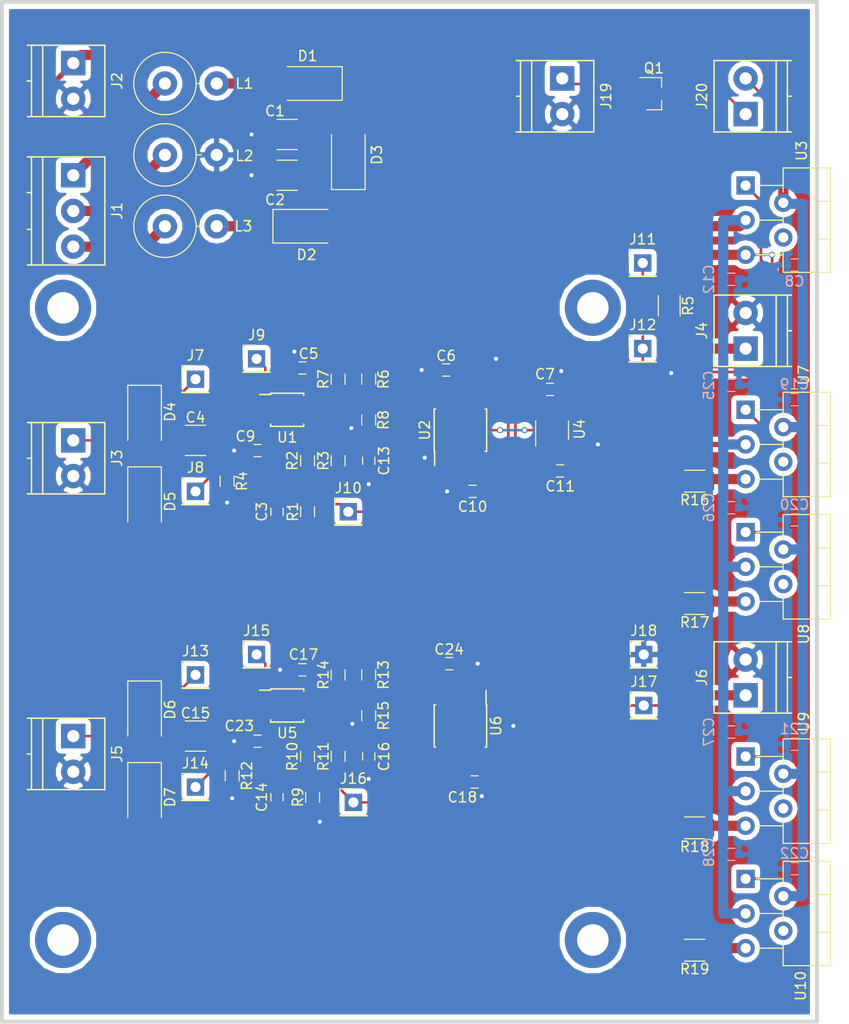
<source format=kicad_pcb>
(kicad_pcb (version 4) (host pcbnew 4.0.7-e2-6376~58~ubuntu16.04.1)
  (title_block (title FLT06) (rev 1) (company Flukso))
  (layers (0 F.Cu signal) (31 B.Cu signal) (34 B.Paste user) (35 F.Paste user) (36 B.SilkS user) (37 F.SilkS user) (38 B.Mask user) (39 F.Mask user) (44 Edge.Cuts user))
  (net 0 "")
  (net 1 +12V)
  (net 2 GNDA)
  (net 3 -12V)
  (net 4 "Net-(C3-Pad2)")
  (net 5 "Net-(C3-Pad1)")
  (net 6 /analog/Iin)
  (net 7 "Net-(C4-Pad2)")
  (net 8 "Net-(C16-Pad1)")
  (net 9 /analog/Vin)
  (net 10 "Net-(D1-Pad2)")
  (net 11 "Net-(D2-Pad1)")
  (net 12 "Net-(J1-Pad2)")
  (net 13 "Net-(J1-Pad3)")
  (net 14 "Net-(J1-Pad1)")
  (net 15 /analog/Iout)
  (net 16 /analog/Vout)
  (net 17 "Net-(J9-Pad1)")
  (net 18 "Net-(J11-Pad1)")
  (net 19 "Net-(J15-Pad1)")
  (net 20 "Net-(R6-Pad2)")
  (net 21 "Net-(R13-Pad2)")
  (net 22 "Net-(R16-Pad1)")
  (net 23 "Net-(R17-Pad1)")
  (net 24 "Net-(R18-Pad1)")
  (net 25 "Net-(R19-Pad1)")
  (net 26 "Net-(U2-Pad3)")
  (net 27 "Net-(U2-Pad6)")
  (net 28 "Net-(U3-Pad4)")
  (net 29 "Net-(U10-Pad1)")
  (net 30 "Net-(U7-Pad4)")
  (net 31 "Net-(U8-Pad4)")
  (net 32 "Net-(U9-Pad4)")
  (net 33 "Net-(U10-Pad4)")
  (net 34 "Net-(C13-Pad1)")
  (net 35 "Net-(C14-Pad2)")
  (net 36 "Net-(C14-Pad1)")
  (net 37 "Net-(C15-Pad2)")
  (net 38 "Net-(R7-Pad1)")
  (net 39 "Net-(R14-Pad1)")
  (net 40 "Net-(J19-Pad1)")
  (net 41 "Net-(J20-Pad2)")
  (net 42 "Net-(J20-Pad1)")
  (module logo:logo_bot_mask (layer F.Cu) (at 161 133.1)
    (fp_text reference fluksobot hide)
    (fp_text value fluksobot hide)
  )
  (module logo:logo_mask (layer F.Cu) (at 131 145.9)
    (fp_text reference flukso hide)
    (fp_text value flukso hide)
  )
  (module VIA-0.6mm (layer F.Cu) (at 134.2 134.4)
    (fp_text reference REF** hide)
    (fp_text value VIA-0.6mm hide)
    (pad 1 thru_hole circle (at 0 0) (size 0.6 0.6) (drill 0.4) (layers *.Cu) (net 2 GNDA))
  )
  (module VIA-0.6mm (layer F.Cu) (at 168.7 90.4)
    (fp_text reference REF** hide)
    (fp_text value VIA-0.6mm hide)
    (pad 1 thru_hole circle (at 0 0) (size 0.6 0.6) (drill 0.4) (layers *.Cu) (net 2 GNDA))
  )
  (module VIA-0.6mm (layer F.Cu) (at 151.5 89)
    (fp_text reference REF** hide)
    (fp_text value VIA-0.6mm hide)
    (pad 1 thru_hole circle (at 0 0) (size 0.6 0.6) (drill 0.4) (layers *.Cu) (net 2 GNDA))
  )
  (module VIA-0.6mm (layer F.Cu) (at 153.2 125)
    (fp_text reference REF** hide)
    (fp_text value VIA-0.6mm hide)
    (pad 1 thru_hole circle (at 0 0) (size 0.6 0.6) (drill 0.4) (layers *.Cu) (net 2 GNDA))
  )
  (module Pin_Headers:Pin_Header_Straight_1x01_Pitch2.54mm (layer F.Cu) (at 122 102)
    (fp_text reference J8 (at 0 -2.33) (layer F.SilkS))
    (fp_text value TEST_1P)
    (pad 1 thru_hole rect (at 0 0) (size 1.7 1.7) (drill 1) (layers *.Cu *.Mask) (net 7 "Net-(C4-Pad2)"))
  )
  (module pyboard (layer F.Cu) (at 135 115 90)
    (fp_text reference REF** hide)
    (fp_text value pyboard)
    (pad 1 thru_hole circle (at 31 26 90) (size 5.5 5.5) (drill 3.1) (layers *.Cu *.Mask))
    (pad 1 thru_hole circle (at -31 26 90) (size 5.5 5.5) (drill 3.1) (layers *.Cu *.Mask))
    (pad 1 thru_hole circle (at 31 -26 90) (size 5.5 5.5) (drill 3.1) (layers *.Cu *.Mask))
    (pad 1 thru_hole circle (at -31 -26 90) (size 5.5 5.5) (drill 3.1) (layers *.Cu *.Mask))
  )
  (module Capacitors_SMD:C_1210 (layer F.Cu) (at 131 67 180)
    (fp_text reference C1 (at 1.2 2.3 180) (layer F.SilkS))
    (fp_text value 10u)
    (pad 1 smd rect (at -1.5 0 180) (size 1 2.5) (layers F.Cu F.Paste F.Mask) (net 1 +12V))
    (pad 2 smd rect (at 1.5 0 180) (size 1 2.5) (layers F.Cu F.Paste F.Mask) (net 2 GNDA))
  )
  (module Capacitors_SMD:C_1210 (layer F.Cu) (at 131 71)
    (fp_text reference C2 (at -1.2 2.4) (layer F.SilkS))
    (fp_text value 10u)
    (pad 1 smd rect (at -1.5 0) (size 1 2.5) (layers F.Cu F.Paste F.Mask) (net 2 GNDA))
    (pad 2 smd rect (at 1.5 0) (size 1 2.5) (layers F.Cu F.Paste F.Mask) (net 3 -12V))
  )
  (module Capacitors_SMD:C_0603 (layer F.Cu) (at 130 104 90)
    (fp_text reference C3 (at 0 -1.5 90) (layer F.SilkS))
    (fp_text value 100pF)
    (pad 2 smd rect (at 0.75 0 90) (size 0.8 0.75) (layers F.Cu F.Paste F.Mask) (net 4 "Net-(C3-Pad2)"))
    (pad 1 smd rect (at -0.75 0 90) (size 0.8 0.75) (layers F.Cu F.Paste F.Mask) (net 5 "Net-(C3-Pad1)"))
  )
  (module Capacitors_SMD:C_1210 (layer F.Cu) (at 122 97)
    (fp_text reference C4 (at 0 -2.25) (layer F.SilkS))
    (fp_text value 22u)
    (pad 1 smd rect (at -1.5 0) (size 1 2.5) (layers F.Cu F.Paste F.Mask) (net 6 /analog/Iin))
    (pad 2 smd rect (at 1.5 0) (size 1 2.5) (layers F.Cu F.Paste F.Mask) (net 7 "Net-(C4-Pad2)"))
  )
  (module Capacitors_SMD:C_0603 (layer F.Cu) (at 132.5 89.9 180)
    (fp_text reference C5 (at -0.6 1.4 180) (layer F.SilkS))
    (fp_text value 100nF)
    (pad 2 smd rect (at 0.75 0 180) (size 0.8 0.75) (layers F.Cu F.Paste F.Mask) (net 2 GNDA))
    (pad 1 smd rect (at -0.75 0 180) (size 0.8 0.75) (layers F.Cu F.Paste F.Mask) (net 1 +12V))
  )
  (module Capacitors_SMD:C_0603 (layer F.Cu) (at 146.6 90.1 180)
    (fp_text reference C6 (at 0 1.4 180) (layer F.SilkS))
    (fp_text value 100nF)
    (pad 2 smd rect (at 0.75 0 180) (size 0.8 0.75) (layers F.Cu F.Paste F.Mask) (net 2 GNDA))
    (pad 1 smd rect (at -0.75 0 180) (size 0.8 0.75) (layers F.Cu F.Paste F.Mask) (net 1 +12V))
  )
  (module Capacitors_SMD:C_0603 (layer F.Cu) (at 156.8 92)
    (fp_text reference C7 (at -0.5 -1.5) (layer F.SilkS))
    (fp_text value 100nF)
    (pad 2 smd rect (at 0.75 0) (size 0.8 0.75) (layers F.Cu F.Paste F.Mask) (net 2 GNDA))
    (pad 1 smd rect (at -0.75 0) (size 0.8 0.75) (layers F.Cu F.Paste F.Mask) (net 1 +12V))
  )
  (module Capacitors_SMD:C_0603 (layer B.Cu) (at 180.8 79.8 180)
    (fp_text reference C8 (at 0 -1.6 180) (layer B.SilkS) (effects (justify mirror)))
    (fp_text value 100nF)
    (pad 2 smd rect (at 0.75 0 180) (size 0.8 0.75) (layers B.Cu B.Paste B.Mask) (net 2 GNDA))
    (pad 1 smd rect (at -0.75 0 180) (size 0.8 0.75) (layers B.Cu B.Paste B.Mask) (net 1 +12V))
  )
  (module Capacitors_SMD:C_0603 (layer F.Cu) (at 128.1 98)
    (fp_text reference C9 (at -1.2 -1.4) (layer F.SilkS))
    (fp_text value 100nF)
    (pad 2 smd rect (at 0.75 0) (size 0.8 0.75) (layers F.Cu F.Paste F.Mask) (net 3 -12V))
    (pad 1 smd rect (at -0.75 0) (size 0.8 0.75) (layers F.Cu F.Paste F.Mask) (net 2 GNDA))
  )
  (module Capacitors_SMD:C_0603 (layer F.Cu) (at 149.2 102)
    (fp_text reference C10 (at 0 1.5) (layer F.SilkS))
    (fp_text value 100nF)
    (pad 2 smd rect (at 0.75 0) (size 0.8 0.75) (layers F.Cu F.Paste F.Mask) (net 3 -12V))
    (pad 1 smd rect (at -0.75 0) (size 0.8 0.75) (layers F.Cu F.Paste F.Mask) (net 2 GNDA))
  )
  (module Capacitors_SMD:C_0603 (layer F.Cu) (at 157.8 100 180)
    (fp_text reference C11 (at 0 -1.5 180) (layer F.SilkS))
    (fp_text value 100nF)
    (pad 2 smd rect (at 0.75 0 180) (size 0.8 0.75) (layers F.Cu F.Paste F.Mask) (net 3 -12V))
    (pad 1 smd rect (at -0.75 0 180) (size 0.8 0.75) (layers F.Cu F.Paste F.Mask) (net 2 GNDA))
  )
  (module Capacitors_SMD:C_0603 (layer B.Cu) (at 174.6 81.2 180)
    (fp_text reference C12 (at 2.2 0 270) (layer B.SilkS) (effects (justify mirror)))
    (fp_text value 100nF)
    (pad 2 smd rect (at 0.75 0 180) (size 0.8 0.75) (layers B.Cu B.Paste B.Mask) (net 3 -12V))
    (pad 1 smd rect (at -0.75 0 180) (size 0.8 0.75) (layers B.Cu B.Paste B.Mask) (net 2 GNDA))
  )
  (module Capacitors_SMD:C_0603 (layer F.Cu) (at 139 99 270)
    (fp_text reference C13 (at 0 -1.5 270) (layer F.SilkS))
    (fp_text value 100pF)
    (pad 2 smd rect (at 0.75 0 270) (size 0.8 0.75) (layers F.Cu F.Paste F.Mask) (net 2 GNDA))
    (pad 1 smd rect (at -0.75 0 270) (size 0.8 0.75) (layers F.Cu F.Paste F.Mask) (net 34 "Net-(C13-Pad1)"))
  )
  (module Capacitors_SMD:C_0603 (layer F.Cu) (at 130 132 90)
    (fp_text reference C14 (at 0 -1.5 90) (layer F.SilkS))
    (fp_text value 100pF)
    (pad 2 smd rect (at 0.75 0 90) (size 0.8 0.75) (layers F.Cu F.Paste F.Mask) (net 35 "Net-(C14-Pad2)"))
    (pad 1 smd rect (at -0.75 0 90) (size 0.8 0.75) (layers F.Cu F.Paste F.Mask) (net 36 "Net-(C14-Pad1)"))
  )
  (module Capacitors_SMD:C_0603 (layer F.Cu) (at 139 128 270)
    (fp_text reference C16 (at 0 -1.5 270) (layer F.SilkS))
    (fp_text value 100pF)
    (pad 2 smd rect (at 0.75 0 270) (size 0.8 0.75) (layers F.Cu F.Paste F.Mask) (net 2 GNDA))
    (pad 1 smd rect (at -0.75 0 270) (size 0.8 0.75) (layers F.Cu F.Paste F.Mask) (net 8 "Net-(C16-Pad1)"))
  )
  (module Capacitors_SMD:C_0603 (layer F.Cu) (at 149.4 130.5)
    (fp_text reference C18 (at -1.2 1.5) (layer F.SilkS))
    (fp_text value 100nF)
    (pad 2 smd rect (at 0.75 0) (size 0.8 0.75) (layers F.Cu F.Paste F.Mask) (net 2 GNDA))
    (pad 1 smd rect (at -0.75 0) (size 0.8 0.75) (layers F.Cu F.Paste F.Mask) (net 1 +12V))
  )
  (module Capacitors_SMD:C_0603 (layer B.Cu) (at 180.8 93 180)
    (fp_text reference C19 (at 0 1.5 180) (layer B.SilkS) (effects (justify mirror)))
    (fp_text value 100nF)
    (pad 2 smd rect (at 0.75 0 180) (size 0.8 0.75) (layers B.Cu B.Paste B.Mask) (net 2 GNDA))
    (pad 1 smd rect (at -0.75 0 180) (size 0.8 0.75) (layers B.Cu B.Paste B.Mask) (net 1 +12V))
  )
  (module Capacitors_SMD:C_0603 (layer B.Cu) (at 180.8 104.8 180)
    (fp_text reference C20 (at 0 1.5 180) (layer B.SilkS) (effects (justify mirror)))
    (fp_text value 100nF)
    (pad 2 smd rect (at 0.75 0 180) (size 0.8 0.75) (layers B.Cu B.Paste B.Mask) (net 2 GNDA))
    (pad 1 smd rect (at -0.75 0 180) (size 0.8 0.75) (layers B.Cu B.Paste B.Mask) (net 1 +12V))
  )
  (module Capacitors_SMD:C_0603 (layer B.Cu) (at 180.8 126.8 180)
    (fp_text reference C21 (at 0 1.5 180) (layer B.SilkS) (effects (justify mirror)))
    (fp_text value 100nF)
    (pad 2 smd rect (at 0.75 0 180) (size 0.8 0.75) (layers B.Cu B.Paste B.Mask) (net 2 GNDA))
    (pad 1 smd rect (at -0.75 0 180) (size 0.8 0.75) (layers B.Cu B.Paste B.Mask) (net 1 +12V))
  )
  (module Capacitors_SMD:C_0603 (layer B.Cu) (at 180.8 139 180)
    (fp_text reference C22 (at 0 1.5 180) (layer B.SilkS) (effects (justify mirror)))
    (fp_text value 100nF)
    (pad 2 smd rect (at 0.75 0 180) (size 0.8 0.75) (layers B.Cu B.Paste B.Mask) (net 2 GNDA))
    (pad 1 smd rect (at -0.75 0 180) (size 0.8 0.75) (layers B.Cu B.Paste B.Mask) (net 1 +12V))
  )
  (module Capacitors_SMD:C_0603 (layer F.Cu) (at 128.1 126.5)
    (fp_text reference C23 (at -1.8 -1.5) (layer F.SilkS))
    (fp_text value 100nF)
    (pad 2 smd rect (at 0.75 0) (size 0.8 0.75) (layers F.Cu F.Paste F.Mask) (net 3 -12V))
    (pad 1 smd rect (at -0.75 0) (size 0.8 0.75) (layers F.Cu F.Paste F.Mask) (net 2 GNDA))
  )
  (module Capacitors_SMD:C_0603 (layer F.Cu) (at 146.9 118.9 180)
    (fp_text reference C24 (at 0 1.4 180) (layer F.SilkS))
    (fp_text value 100nF)
    (pad 2 smd rect (at 0.75 0 180) (size 0.8 0.75) (layers F.Cu F.Paste F.Mask) (net 3 -12V))
    (pad 1 smd rect (at -0.75 0 180) (size 0.8 0.75) (layers F.Cu F.Paste F.Mask) (net 2 GNDA))
  )
  (module Capacitors_SMD:C_0603 (layer B.Cu) (at 174.6 91.6 180)
    (fp_text reference C25 (at 2.2 0 270) (layer B.SilkS) (effects (justify mirror)))
    (fp_text value 100nF)
    (pad 2 smd rect (at 0.75 0 180) (size 0.8 0.75) (layers B.Cu B.Paste B.Mask) (net 3 -12V))
    (pad 1 smd rect (at -0.75 0 180) (size 0.8 0.75) (layers B.Cu B.Paste B.Mask) (net 2 GNDA))
  )
  (module Capacitors_SMD:C_0603 (layer B.Cu) (at 174.6 103.6 180)
    (fp_text reference C26 (at 2.2 0 270) (layer B.SilkS) (effects (justify mirror)))
    (fp_text value 100nF)
    (pad 2 smd rect (at 0.75 0 180) (size 0.8 0.75) (layers B.Cu B.Paste B.Mask) (net 3 -12V))
    (pad 1 smd rect (at -0.75 0 180) (size 0.8 0.75) (layers B.Cu B.Paste B.Mask) (net 2 GNDA))
  )
  (module Capacitors_SMD:C_0603 (layer B.Cu) (at 174.6 125.6 180)
    (fp_text reference C27 (at 2.2 0 270) (layer B.SilkS) (effects (justify mirror)))
    (fp_text value 100nF)
    (pad 2 smd rect (at 0.75 0 180) (size 0.8 0.75) (layers B.Cu B.Paste B.Mask) (net 3 -12V))
    (pad 1 smd rect (at -0.75 0 180) (size 0.8 0.75) (layers B.Cu B.Paste B.Mask) (net 2 GNDA))
  )
  (module Capacitors_SMD:C_0603 (layer B.Cu) (at 174.6 137.6 180)
    (fp_text reference C28 (at 2.2 0.2 270) (layer B.SilkS) (effects (justify mirror)))
    (fp_text value 100nF)
    (pad 2 smd rect (at 0.75 0 180) (size 0.8 0.75) (layers B.Cu B.Paste B.Mask) (net 3 -12V))
    (pad 1 smd rect (at -0.75 0 180) (size 0.8 0.75) (layers B.Cu B.Paste B.Mask) (net 2 GNDA))
  )
  (module Diodes_SMD:D_SMA (layer F.Cu) (at 133 62 180)
    (fp_text reference D1 (at 0 2.7 180) (layer F.SilkS))
    (fp_text value STPS160A)
    (pad 1 smd rect (at -2 0 180) (size 2.5 1.8) (layers F.Cu F.Paste F.Mask) (net 1 +12V))
    (pad 2 smd rect (at 2 0 180) (size 2.5 1.8) (layers F.Cu F.Paste F.Mask) (net 10 "Net-(D1-Pad2)"))
  )
  (module Diodes_SMD:D_SMA (layer F.Cu) (at 133 76)
    (fp_text reference D2 (at -0.1 2.8) (layer F.SilkS))
    (fp_text value STPS160A)
    (pad 1 smd rect (at -2 0) (size 2.5 1.8) (layers F.Cu F.Paste F.Mask) (net 11 "Net-(D2-Pad1)"))
    (pad 2 smd rect (at 2 0) (size 2.5 1.8) (layers F.Cu F.Paste F.Mask) (net 3 -12V))
  )
  (module Diodes_SMD:D_SMA (layer F.Cu) (at 137 69 90)
    (fp_text reference D3 (at 0 2.8 90) (layer F.SilkS))
    (fp_text value SMAJ30CA)
    (pad 1 smd rect (at -2 0 90) (size 2.5 1.8) (layers F.Cu F.Paste F.Mask) (net 3 -12V))
    (pad 2 smd rect (at 2 0 90) (size 2.5 1.8) (layers F.Cu F.Paste F.Mask) (net 1 +12V))
  )
  (module Diodes_SMD:D_SMA (layer F.Cu) (at 117 95 270)
    (fp_text reference D4 (at -0.8 -2.5 270) (layer F.SilkS))
    (fp_text value STPS160A)
    (pad 1 smd rect (at -2 0 270) (size 2.5 1.8) (layers F.Cu F.Paste F.Mask) (net 1 +12V))
    (pad 2 smd rect (at 2 0 270) (size 2.5 1.8) (layers F.Cu F.Paste F.Mask) (net 6 /analog/Iin))
  )
  (module Diodes_SMD:D_SMA (layer F.Cu) (at 117 103 270)
    (fp_text reference D5 (at 0 -2.5 270) (layer F.SilkS))
    (fp_text value STPS160A)
    (pad 1 smd rect (at -2 0 270) (size 2.5 1.8) (layers F.Cu F.Paste F.Mask) (net 6 /analog/Iin))
    (pad 2 smd rect (at 2 0 270) (size 2.5 1.8) (layers F.Cu F.Paste F.Mask) (net 3 -12V))
  )
  (module Diodes_SMD:D_SMA (layer F.Cu) (at 117 124 270)
    (fp_text reference D6 (at -0.6 -2.5 270) (layer F.SilkS))
    (fp_text value STPS160A)
    (pad 1 smd rect (at -2 0 270) (size 2.5 1.8) (layers F.Cu F.Paste F.Mask) (net 1 +12V))
    (pad 2 smd rect (at 2 0 270) (size 2.5 1.8) (layers F.Cu F.Paste F.Mask) (net 9 /analog/Vin))
  )
  (module Diodes_SMD:D_SMA (layer F.Cu) (at 117 132 270)
    (fp_text reference D7 (at 0 -2.5 270) (layer F.SilkS))
    (fp_text value STPS160A)
    (pad 1 smd rect (at -2 0 270) (size 2.5 1.8) (layers F.Cu F.Paste F.Mask) (net 9 /analog/Vin))
    (pad 2 smd rect (at 2 0 270) (size 2.5 1.8) (layers F.Cu F.Paste F.Mask) (net 3 -12V))
  )
  (module Connectors_Terminal_Blocks:TerminalBlock_Pheonix_PT-3.5mm_3pol (layer F.Cu) (at 110 71 270)
    (fp_text reference J1 (at 3.5 -4.3 270) (layer F.SilkS))
    (fp_text value Screw_Terminal_1x03)
    (pad 2 thru_hole circle (at 3.5 0 270) (size 2.4 2.4) (drill 1.2) (layers *.Cu *.Mask) (net 12 "Net-(J1-Pad2)"))
    (pad 3 thru_hole circle (at 7 0 270) (size 2.4 2.4) (drill 1.2) (layers *.Cu *.Mask) (net 13 "Net-(J1-Pad3)"))
    (pad 1 thru_hole rect (at 0 0 270) (size 2.4 2.4) (drill 1.2) (layers *.Cu *.Mask) (net 14 "Net-(J1-Pad1)"))
  )
  (module Connectors_Terminal_Blocks:TerminalBlock_Pheonix_PT-3.5mm_2pol (layer F.Cu) (at 110 60 270)
    (fp_text reference J2 (at 1.75 -4.3 270) (layer F.SilkS))
    (fp_text value Screw_Terminal_1x02)
    (pad 2 thru_hole circle (at 3.5 0 270) (size 2.4 2.4) (drill 1.2) (layers *.Cu *.Mask) (net 2 GNDA))
    (pad 1 thru_hole rect (at 0 0 270) (size 2.4 2.4) (drill 1.2) (layers *.Cu *.Mask) (net 1 +12V))
  )
  (module Connectors_Terminal_Blocks:TerminalBlock_Pheonix_PT-3.5mm_2pol (layer F.Cu) (at 110 97 270)
    (fp_text reference J3 (at 1.75 -4.3 270) (layer F.SilkS))
    (fp_text value Screw_Terminal_1x02)
    (pad 2 thru_hole circle (at 3.5 0 270) (size 2.4 2.4) (drill 1.2) (layers *.Cu *.Mask) (net 2 GNDA))
    (pad 1 thru_hole rect (at 0 0 270) (size 2.4 2.4) (drill 1.2) (layers *.Cu *.Mask) (net 6 /analog/Iin))
  )
  (module Connectors_Terminal_Blocks:TerminalBlock_Pheonix_PT-3.5mm_2pol (layer F.Cu) (at 176 88 90)
    (fp_text reference J4 (at 1.75 -4.3 90) (layer F.SilkS))
    (fp_text value Screw_Terminal_1x02)
    (pad 2 thru_hole circle (at 3.5 0 90) (size 2.4 2.4) (drill 1.2) (layers *.Cu *.Mask) (net 2 GNDA))
    (pad 1 thru_hole rect (at 0 0 90) (size 2.4 2.4) (drill 1.2) (layers *.Cu *.Mask) (net 15 /analog/Iout))
  )
  (module Connectors_Terminal_Blocks:TerminalBlock_Pheonix_PT-3.5mm_2pol (layer F.Cu) (at 110 126 270)
    (fp_text reference J5 (at 1.75 -4.3 270) (layer F.SilkS))
    (fp_text value Screw_Terminal_1x02)
    (pad 2 thru_hole circle (at 3.5 0 270) (size 2.4 2.4) (drill 1.2) (layers *.Cu *.Mask) (net 2 GNDA))
    (pad 1 thru_hole rect (at 0 0 270) (size 2.4 2.4) (drill 1.2) (layers *.Cu *.Mask) (net 9 /analog/Vin))
  )
  (module Connectors_Terminal_Blocks:TerminalBlock_Pheonix_PT-3.5mm_2pol (layer F.Cu) (at 176 122 90)
    (fp_text reference J6 (at 1.75 -4.3 90) (layer F.SilkS))
    (fp_text value Screw_Terminal_1x02)
    (pad 2 thru_hole circle (at 3.5 0 90) (size 2.4 2.4) (drill 1.2) (layers *.Cu *.Mask) (net 2 GNDA))
    (pad 1 thru_hole rect (at 0 0 90) (size 2.4 2.4) (drill 1.2) (layers *.Cu *.Mask) (net 16 /analog/Vout))
  )
  (module Pin_Headers:Pin_Header_Straight_1x01_Pitch2.54mm (layer F.Cu) (at 122 91)
    (fp_text reference J7 (at 0 -2.33) (layer F.SilkS))
    (fp_text value TEST_1P)
    (pad 1 thru_hole rect (at 0 0) (size 1.7 1.7) (drill 1) (layers *.Cu *.Mask) (net 6 /analog/Iin))
  )
  (module Pin_Headers:Pin_Header_Straight_1x01_Pitch2.54mm (layer F.Cu) (at 128 89)
    (fp_text reference J9 (at 0 -2.33) (layer F.SilkS))
    (fp_text value TEST_1P)
    (pad 1 thru_hole rect (at 0 0) (size 1.7 1.7) (drill 1) (layers *.Cu *.Mask) (net 17 "Net-(J9-Pad1)"))
  )
  (module Pin_Headers:Pin_Header_Straight_1x01_Pitch2.54mm (layer F.Cu) (at 137 104)
    (fp_text reference J10 (at 0 -2.33) (layer F.SilkS))
    (fp_text value TEST_1P)
    (pad 1 thru_hole rect (at 0 0) (size 1.7 1.7) (drill 1) (layers *.Cu *.Mask) (net 5 "Net-(C3-Pad1)"))
  )
  (module Pin_Headers:Pin_Header_Straight_1x01_Pitch2.54mm (layer F.Cu) (at 165.9 79.6)
    (fp_text reference J11 (at 0 -2.33) (layer F.SilkS))
    (fp_text value TEST_1P)
    (pad 1 thru_hole rect (at 0 0) (size 1.7 1.7) (drill 1) (layers *.Cu *.Mask) (net 18 "Net-(J11-Pad1)"))
  )
  (module Pin_Headers:Pin_Header_Straight_1x01_Pitch2.54mm (layer F.Cu) (at 165.9 88)
    (fp_text reference J12 (at 0 -2.33) (layer F.SilkS))
    (fp_text value TEST_1P)
    (pad 1 thru_hole rect (at 0 0) (size 1.7 1.7) (drill 1) (layers *.Cu *.Mask) (net 15 /analog/Iout))
  )
  (module Pin_Headers:Pin_Header_Straight_1x01_Pitch2.54mm (layer F.Cu) (at 122 120)
    (fp_text reference J13 (at 0 -2.33) (layer F.SilkS))
    (fp_text value TEST_1P)
    (pad 1 thru_hole rect (at 0 0) (size 1.7 1.7) (drill 1) (layers *.Cu *.Mask) (net 9 /analog/Vin))
  )
  (module Pin_Headers:Pin_Header_Straight_1x01_Pitch2.54mm (layer F.Cu) (at 122 131)
    (fp_text reference J14 (at 0 -2.33) (layer F.SilkS))
    (fp_text value TEST_1P)
    (pad 1 thru_hole rect (at 0 0) (size 1.7 1.7) (drill 1) (layers *.Cu *.Mask) (net 37 "Net-(C15-Pad2)"))
  )
  (module Pin_Headers:Pin_Header_Straight_1x01_Pitch2.54mm (layer F.Cu) (at 128 118)
    (fp_text reference J15 (at 0 -2.33) (layer F.SilkS))
    (fp_text value TEST_1P)
    (pad 1 thru_hole rect (at 0 0) (size 1.7 1.7) (drill 1) (layers *.Cu *.Mask) (net 19 "Net-(J15-Pad1)"))
  )
  (module Pin_Headers:Pin_Header_Straight_1x01_Pitch2.54mm (layer F.Cu) (at 137.5 132.5)
    (fp_text reference J16 (at 0 -2.33) (layer F.SilkS))
    (fp_text value TEST_1P)
    (pad 1 thru_hole rect (at 0 0) (size 1.7 1.7) (drill 1) (layers *.Cu *.Mask) (net 36 "Net-(C14-Pad1)"))
  )
  (module Pin_Headers:Pin_Header_Straight_1x01_Pitch2.54mm (layer F.Cu) (at 166 123)
    (fp_text reference J17 (at 0 -2.33) (layer F.SilkS))
    (fp_text value TEST_1P)
    (pad 1 thru_hole rect (at 0 0) (size 1.7 1.7) (drill 1) (layers *.Cu *.Mask) (net 16 /analog/Vout))
  )
  (module Resistors_THT:R_Axial_DIN0617_L17.0mm_D6.0mm_P5.08mm_Vertical (layer F.Cu) (at 119 62)
    (fp_text reference L1 (at 7.8 0) (layer F.SilkS))
    (fp_text value R6H-2.5T)
    (pad 1 thru_hole circle (at 0 0) (size 2.4 2.4) (drill 1.2) (layers *.Cu *.Mask) (net 14 "Net-(J1-Pad1)"))
    (pad 2 thru_hole oval (at 5.08 0) (size 2.4 2.4) (drill 1.2) (layers *.Cu *.Mask) (net 10 "Net-(D1-Pad2)"))
  )
  (module Resistors_THT:R_Axial_DIN0617_L17.0mm_D6.0mm_P5.08mm_Vertical (layer F.Cu) (at 119 69)
    (fp_text reference L2 (at 7.8 0.1) (layer F.SilkS))
    (fp_text value R6H-2.5T)
    (pad 1 thru_hole circle (at 0 0) (size 2.4 2.4) (drill 1.2) (layers *.Cu *.Mask) (net 12 "Net-(J1-Pad2)"))
    (pad 2 thru_hole oval (at 5.08 0) (size 2.4 2.4) (drill 1.2) (layers *.Cu *.Mask) (net 2 GNDA))
  )
  (module Resistors_THT:R_Axial_DIN0617_L17.0mm_D6.0mm_P5.08mm_Vertical (layer F.Cu) (at 119 76)
    (fp_text reference L3 (at 7.7 0) (layer F.SilkS))
    (fp_text value R6H-2.5T)
    (pad 1 thru_hole circle (at 0 0) (size 2.4 2.4) (drill 1.2) (layers *.Cu *.Mask) (net 13 "Net-(J1-Pad3)"))
    (pad 2 thru_hole oval (at 5.08 0) (size 2.4 2.4) (drill 1.2) (layers *.Cu *.Mask) (net 11 "Net-(D2-Pad1)"))
  )
  (module Resistors_SMD:R_0603 (layer F.Cu) (at 133 104 90)
    (fp_text reference R1 (at 0 -1.45 90) (layer F.SilkS))
    (fp_text value 0)
    (pad 1 smd rect (at -0.75 0 90) (size 0.5 0.9) (layers F.Cu F.Paste F.Mask) (net 17 "Net-(J9-Pad1)"))
    (pad 2 smd rect (at 0.75 0 90) (size 0.5 0.9) (layers F.Cu F.Paste F.Mask) (net 5 "Net-(C3-Pad1)"))
  )
  (module Resistors_SMD:R_0603 (layer F.Cu) (at 133 99 270)
    (fp_text reference R2 (at 0 1.5 270) (layer F.SilkS))
    (fp_text value 15k8)
    (pad 1 smd rect (at -0.75 0 270) (size 0.5 0.9) (layers F.Cu F.Paste F.Mask) (net 17 "Net-(J9-Pad1)"))
    (pad 2 smd rect (at 0.75 0 270) (size 0.5 0.9) (layers F.Cu F.Paste F.Mask) (net 4 "Net-(C3-Pad2)"))
  )
  (module Resistors_SMD:R_0603 (layer F.Cu) (at 136 99 90)
    (fp_text reference R3 (at 0 -1.45 90) (layer F.SilkS))
    (fp_text value 15k8)
    (pad 1 smd rect (at -0.75 0 90) (size 0.5 0.9) (layers F.Cu F.Paste F.Mask) (net 4 "Net-(C3-Pad2)"))
    (pad 2 smd rect (at 0.75 0 90) (size 0.5 0.9) (layers F.Cu F.Paste F.Mask) (net 34 "Net-(C13-Pad1)"))
  )
  (module Resistors_SMD:R_0603 (layer F.Cu) (at 125.1 101 270)
    (fp_text reference R4 (at 0 -1.45 270) (layer F.SilkS))
    (fp_text value 1M)
    (pad 1 smd rect (at -0.75 0 270) (size 0.5 0.9) (layers F.Cu F.Paste F.Mask) (net 7 "Net-(C4-Pad2)"))
    (pad 2 smd rect (at 0.75 0 270) (size 0.5 0.9) (layers F.Cu F.Paste F.Mask) (net 2 GNDA))
  )
  (module Resistors_SMD:R_1206 (layer F.Cu) (at 168.5 83.8 270)
    (fp_text reference R5 (at 0 -1.85 270) (layer F.SilkS))
    (fp_text value 1)
    (pad 1 smd rect (at -1.45 0 270) (size 0.9 1.7) (layers F.Cu F.Paste F.Mask) (net 18 "Net-(J11-Pad1)"))
    (pad 2 smd rect (at 1.45 0 270) (size 0.9 1.7) (layers F.Cu F.Paste F.Mask) (net 15 /analog/Iout))
  )
  (module Resistors_SMD:R_0603 (layer F.Cu) (at 139 91 270)
    (fp_text reference R6 (at 0 -1.45 270) (layer F.SilkS))
    (fp_text value 5k9)
    (pad 1 smd rect (at -0.75 0 270) (size 0.5 0.9) (layers F.Cu F.Paste F.Mask) (net 5 "Net-(C3-Pad1)"))
    (pad 2 smd rect (at 0.75 0 270) (size 0.5 0.9) (layers F.Cu F.Paste F.Mask) (net 20 "Net-(R6-Pad2)"))
  )
  (module Resistors_SMD:R_0603 (layer F.Cu) (at 139 95 270)
    (fp_text reference R8 (at 0 -1.45 270) (layer F.SilkS))
    (fp_text value 10k)
    (pad 1 smd rect (at -0.75 0 270) (size 0.5 0.9) (layers F.Cu F.Paste F.Mask) (net 20 "Net-(R6-Pad2)"))
    (pad 2 smd rect (at 0.75 0 270) (size 0.5 0.9) (layers F.Cu F.Paste F.Mask) (net 2 GNDA))
  )
  (module Resistors_SMD:R_0603 (layer F.Cu) (at 133.5 132 90)
    (fp_text reference R9 (at 0 -1.45 90) (layer F.SilkS))
    (fp_text value 0)
    (pad 1 smd rect (at -0.75 0 90) (size 0.5 0.9) (layers F.Cu F.Paste F.Mask) (net 19 "Net-(J15-Pad1)"))
    (pad 2 smd rect (at 0.75 0 90) (size 0.5 0.9) (layers F.Cu F.Paste F.Mask) (net 36 "Net-(C14-Pad1)"))
  )
  (module Resistors_SMD:R_0603 (layer F.Cu) (at 133 128 270)
    (fp_text reference R10 (at 0 1.5 270) (layer F.SilkS))
    (fp_text value 15k8)
    (pad 1 smd rect (at -0.75 0 270) (size 0.5 0.9) (layers F.Cu F.Paste F.Mask) (net 19 "Net-(J15-Pad1)"))
    (pad 2 smd rect (at 0.75 0 270) (size 0.5 0.9) (layers F.Cu F.Paste F.Mask) (net 35 "Net-(C14-Pad2)"))
  )
  (module Resistors_SMD:R_0603 (layer F.Cu) (at 136 128 90)
    (fp_text reference R11 (at 0 -1.45 90) (layer F.SilkS))
    (fp_text value 15k8)
    (pad 1 smd rect (at -0.75 0 90) (size 0.5 0.9) (layers F.Cu F.Paste F.Mask) (net 35 "Net-(C14-Pad2)"))
    (pad 2 smd rect (at 0.75 0 90) (size 0.5 0.9) (layers F.Cu F.Paste F.Mask) (net 8 "Net-(C16-Pad1)"))
  )
  (module Resistors_SMD:R_0603 (layer F.Cu) (at 125.6 129.9 270)
    (fp_text reference R12 (at 0 -1.45 270) (layer F.SilkS))
    (fp_text value 1M)
    (pad 1 smd rect (at -0.75 0 270) (size 0.5 0.9) (layers F.Cu F.Paste F.Mask) (net 37 "Net-(C15-Pad2)"))
    (pad 2 smd rect (at 0.75 0 270) (size 0.5 0.9) (layers F.Cu F.Paste F.Mask) (net 2 GNDA))
  )
  (module Resistors_SMD:R_0603 (layer F.Cu) (at 139 120 270)
    (fp_text reference R13 (at 0 -1.45 270) (layer F.SilkS))
    (fp_text value 5k9)
    (pad 1 smd rect (at -0.75 0 270) (size 0.5 0.9) (layers F.Cu F.Paste F.Mask) (net 36 "Net-(C14-Pad1)"))
    (pad 2 smd rect (at 0.75 0 270) (size 0.5 0.9) (layers F.Cu F.Paste F.Mask) (net 21 "Net-(R13-Pad2)"))
  )
  (module Resistors_SMD:R_0603 (layer F.Cu) (at 139 124 270)
    (fp_text reference R15 (at 0 -1.45 270) (layer F.SilkS))
    (fp_text value 10k)
    (pad 1 smd rect (at -0.75 0 270) (size 0.5 0.9) (layers F.Cu F.Paste F.Mask) (net 21 "Net-(R13-Pad2)"))
    (pad 2 smd rect (at 0.75 0 270) (size 0.5 0.9) (layers F.Cu F.Paste F.Mask) (net 2 GNDA))
  )
  (module Resistors_SMD:R_1206 (layer F.Cu) (at 171 101 180)
    (fp_text reference R16 (at 0 -1.85 180) (layer F.SilkS))
    (fp_text value 0)
    (pad 1 smd rect (at -1.45 0 180) (size 0.9 1.7) (layers F.Cu F.Paste F.Mask) (net 22 "Net-(R16-Pad1)"))
    (pad 2 smd rect (at 1.45 0 180) (size 0.9 1.7) (layers F.Cu F.Paste F.Mask) (net 16 /analog/Vout))
  )
  (module Resistors_SMD:R_1206 (layer F.Cu) (at 171 113 180)
    (fp_text reference R17 (at 0 -1.85 180) (layer F.SilkS))
    (fp_text value 0)
    (pad 1 smd rect (at -1.45 0 180) (size 0.9 1.7) (layers F.Cu F.Paste F.Mask) (net 23 "Net-(R17-Pad1)"))
    (pad 2 smd rect (at 1.45 0 180) (size 0.9 1.7) (layers F.Cu F.Paste F.Mask) (net 16 /analog/Vout))
  )
  (module Resistors_SMD:R_1206 (layer F.Cu) (at 171 135 180)
    (fp_text reference R18 (at 0 -1.85 180) (layer F.SilkS))
    (fp_text value 0)
    (pad 1 smd rect (at -1.45 0 180) (size 0.9 1.7) (layers F.Cu F.Paste F.Mask) (net 24 "Net-(R18-Pad1)"))
    (pad 2 smd rect (at 1.45 0 180) (size 0.9 1.7) (layers F.Cu F.Paste F.Mask) (net 16 /analog/Vout))
  )
  (module Resistors_SMD:R_1206 (layer F.Cu) (at 171 147 180)
    (fp_text reference R19 (at 0 -1.85 180) (layer F.SilkS))
    (fp_text value 0)
    (pad 1 smd rect (at -1.45 0 180) (size 0.9 1.7) (layers F.Cu F.Paste F.Mask) (net 25 "Net-(R19-Pad1)"))
    (pad 2 smd rect (at 1.45 0 180) (size 0.9 1.7) (layers F.Cu F.Paste F.Mask) (net 16 /analog/Vout))
  )
  (module Housings_SSOP:TSSOP-8_3x3mm_Pitch0.65mm (layer F.Cu) (at 131 94)
    (fp_text reference U1 (at 0 2.7) (layer F.SilkS))
    (fp_text value OPA2192)
    (pad 1 smd rect (at -2.15 -0.975) (size 1.1 0.4) (layers F.Cu F.Paste F.Mask) (net 17 "Net-(J9-Pad1)"))
    (pad 2 smd rect (at -2.15 -0.325) (size 1.1 0.4) (layers F.Cu F.Paste F.Mask) (net 17 "Net-(J9-Pad1)"))
    (pad 3 smd rect (at -2.15 0.325) (size 1.1 0.4) (layers F.Cu F.Paste F.Mask) (net 7 "Net-(C4-Pad2)"))
    (pad 4 smd rect (at -2.15 0.975) (size 1.1 0.4) (layers F.Cu F.Paste F.Mask) (net 3 -12V))
    (pad 5 smd rect (at 2.15 0.975) (size 1.1 0.4) (layers F.Cu F.Paste F.Mask) (net 34 "Net-(C13-Pad1)"))
    (pad 6 smd rect (at 2.15 0.325) (size 1.1 0.4) (layers F.Cu F.Paste F.Mask) (net 20 "Net-(R6-Pad2)"))
    (pad 7 smd rect (at 2.15 -0.325) (size 1.1 0.4) (layers F.Cu F.Paste F.Mask) (net 38 "Net-(R7-Pad1)"))
    (pad 8 smd rect (at 2.15 -0.975) (size 1.1 0.4) (layers F.Cu F.Paste F.Mask) (net 1 +12V))
  )
  (module Housings_SOIC:SOIC-8_3.9x4.9mm_Pitch1.27mm (layer F.Cu) (at 148 96 90)
    (fp_text reference U2 (at 0 -3.5 90) (layer F.SilkS))
    (fp_text value INA106_R)
    (pad 1 smd rect (at -2.7 -1.905 90) (size 1.55 0.6) (layers F.Cu F.Paste F.Mask) (net 2 GNDA))
    (pad 2 smd rect (at -2.7 -0.635 90) (size 1.55 0.6) (layers F.Cu F.Paste F.Mask) (net 18 "Net-(J11-Pad1)"))
    (pad 3 smd rect (at -2.7 0.635 90) (size 1.55 0.6) (layers F.Cu F.Paste F.Mask) (net 26 "Net-(U2-Pad3)"))
    (pad 4 smd rect (at -2.7 1.905 90) (size 1.55 0.6) (layers F.Cu F.Paste F.Mask) (net 3 -12V))
    (pad 5 smd rect (at 2.7 1.905 90) (size 1.55 0.6) (layers F.Cu F.Paste F.Mask) (net 5 "Net-(C3-Pad1)"))
    (pad 6 smd rect (at 2.7 0.635 90) (size 1.55 0.6) (layers F.Cu F.Paste F.Mask) (net 27 "Net-(U2-Pad6)"))
    (pad 7 smd rect (at 2.7 -0.635 90) (size 1.55 0.6) (layers F.Cu F.Paste F.Mask) (net 1 +12V))
    (pad 8 smd rect (at 2.7 -1.905 90) (size 1.55 0.6) (layers F.Cu F.Paste F.Mask))
  )
  (module TO_SOT_Packages_SMD:SOT-23-5 (layer F.Cu) (at 157 96 90)
    (fp_text reference U4 (at 0.1 2.7 90) (layer F.SilkS))
    (fp_text value OPA192)
    (pad 1 smd rect (at -1.1 -0.95 90) (size 1.06 0.65) (layers F.Cu F.Paste F.Mask) (net 15 /analog/Iout))
    (pad 2 smd rect (at -1.1 0 90) (size 1.06 0.65) (layers F.Cu F.Paste F.Mask) (net 3 -12V))
    (pad 3 smd rect (at -1.1 0.95 90) (size 1.06 0.65) (layers F.Cu F.Paste F.Mask) (net 26 "Net-(U2-Pad3)"))
    (pad 4 smd rect (at 1.1 0.95 90) (size 1.06 0.65) (layers F.Cu F.Paste F.Mask) (net 26 "Net-(U2-Pad3)"))
    (pad 5 smd rect (at 1.1 -0.95 90) (size 1.06 0.65) (layers F.Cu F.Paste F.Mask) (net 1 +12V))
  )
  (module Housings_SSOP:TSSOP-8_3x3mm_Pitch0.65mm (layer F.Cu) (at 131 123)
    (fp_text reference U5 (at 0 2.7) (layer F.SilkS))
    (fp_text value OPA2192)
    (pad 1 smd rect (at -2.15 -0.975) (size 1.1 0.4) (layers F.Cu F.Paste F.Mask) (net 19 "Net-(J15-Pad1)"))
    (pad 2 smd rect (at -2.15 -0.325) (size 1.1 0.4) (layers F.Cu F.Paste F.Mask) (net 19 "Net-(J15-Pad1)"))
    (pad 3 smd rect (at -2.15 0.325) (size 1.1 0.4) (layers F.Cu F.Paste F.Mask) (net 37 "Net-(C15-Pad2)"))
    (pad 4 smd rect (at -2.15 0.975) (size 1.1 0.4) (layers F.Cu F.Paste F.Mask) (net 3 -12V))
    (pad 5 smd rect (at 2.15 0.975) (size 1.1 0.4) (layers F.Cu F.Paste F.Mask) (net 8 "Net-(C16-Pad1)"))
    (pad 6 smd rect (at 2.15 0.325) (size 1.1 0.4) (layers F.Cu F.Paste F.Mask) (net 21 "Net-(R13-Pad2)"))
    (pad 7 smd rect (at 2.15 -0.325) (size 1.1 0.4) (layers F.Cu F.Paste F.Mask) (net 39 "Net-(R14-Pad1)"))
    (pad 8 smd rect (at 2.15 -0.975) (size 1.1 0.4) (layers F.Cu F.Paste F.Mask) (net 1 +12V))
  )
  (module Housings_SOIC:SOIC-8_3.9x4.9mm_Pitch1.27mm (layer F.Cu) (at 148 125 270)
    (fp_text reference U6 (at 0 -3.5 270) (layer F.SilkS))
    (fp_text value INA106)
    (pad 1 smd rect (at -2.7 -1.905 270) (size 1.55 0.6) (layers F.Cu F.Paste F.Mask) (net 2 GNDA))
    (pad 2 smd rect (at -2.7 -0.635 270) (size 1.55 0.6) (layers F.Cu F.Paste F.Mask) (net 36 "Net-(C14-Pad1)"))
    (pad 3 smd rect (at -2.7 0.635 270) (size 1.55 0.6) (layers F.Cu F.Paste F.Mask) (net 2 GNDA))
    (pad 4 smd rect (at -2.7 1.905 270) (size 1.55 0.6) (layers F.Cu F.Paste F.Mask) (net 3 -12V))
    (pad 5 smd rect (at 2.7 1.905 270) (size 1.55 0.6) (layers F.Cu F.Paste F.Mask) (net 16 /analog/Vout))
    (pad 6 smd rect (at 2.7 0.635 270) (size 1.55 0.6) (layers F.Cu F.Paste F.Mask) (net 29 "Net-(U10-Pad1)"))
    (pad 7 smd rect (at 2.7 -0.635 270) (size 1.55 0.6) (layers F.Cu F.Paste F.Mask) (net 1 +12V))
    (pad 8 smd rect (at 2.7 -1.905 270) (size 1.55 0.6) (layers F.Cu F.Paste F.Mask))
  )
  (module Pin_Headers:Pin_Header_Straight_1x01_Pitch2.54mm (layer F.Cu) (at 166 118)
    (fp_text reference J18 (at 0 -2.33) (layer F.SilkS))
    (fp_text value TEST_1P)
    (pad 1 thru_hole rect (at 0 0) (size 1.7 1.7) (drill 1) (layers *.Cu *.Mask) (net 2 GNDA))
  )
  (module TO-220-5:TO-220-5_Pentawatt_Multiwatt-5_Vertical_StaggeredType1 (layer F.Cu) (at 176 72 270)
    (fp_text reference U3 (at -3.4 -5.5 270) (layer F.SilkS))
    (fp_text value LT1010)
    (pad 1 thru_hole rect (at 0 0 270) (size 1.8 1.8) (drill 1) (layers *.Cu *.Mask) (net 27 "Net-(U2-Pad6)"))
    (pad 2 thru_hole oval (at 1.7 -3.7 270) (size 1.8 1.8) (drill 1) (layers *.Cu *.Mask) (net 1 +12V))
    (pad 3 thru_hole oval (at 3.4 0 270) (size 1.8 1.8) (drill 1) (layers *.Cu *.Mask) (net 3 -12V))
    (pad 4 thru_hole oval (at 5.1 -3.7 270) (size 1.8 1.8) (drill 1) (layers *.Cu *.Mask) (net 28 "Net-(U3-Pad4)"))
    (pad 5 thru_hole oval (at 6.8 0 270) (size 1.8 1.8) (drill 1) (layers *.Cu *.Mask) (net 18 "Net-(J11-Pad1)"))
  )
  (module TO-220-5:TO-220-5_Pentawatt_Multiwatt-5_Vertical_StaggeredType1 (layer F.Cu) (at 176 94 270)
    (fp_text reference U7 (at -3.4 -5.7 270) (layer F.SilkS))
    (fp_text value LT1010)
    (pad 1 thru_hole rect (at 0 0 270) (size 1.8 1.8) (drill 1) (layers *.Cu *.Mask) (net 29 "Net-(U10-Pad1)"))
    (pad 2 thru_hole oval (at 1.7 -3.7 270) (size 1.8 1.8) (drill 1) (layers *.Cu *.Mask) (net 1 +12V))
    (pad 3 thru_hole oval (at 3.4 0 270) (size 1.8 1.8) (drill 1) (layers *.Cu *.Mask) (net 3 -12V))
    (pad 4 thru_hole oval (at 5.1 -3.7 270) (size 1.8 1.8) (drill 1) (layers *.Cu *.Mask) (net 30 "Net-(U7-Pad4)"))
    (pad 5 thru_hole oval (at 6.8 0 270) (size 1.8 1.8) (drill 1) (layers *.Cu *.Mask) (net 22 "Net-(R16-Pad1)"))
  )
  (module TO-220-5:TO-220-5_Pentawatt_Multiwatt-5_Vertical_StaggeredType1 (layer F.Cu) (at 176 106 270)
    (fp_text reference U8 (at 10 -5.7 270) (layer F.SilkS))
    (fp_text value LT1010)
    (pad 1 thru_hole rect (at 0 0 270) (size 1.8 1.8) (drill 1) (layers *.Cu *.Mask) (net 29 "Net-(U10-Pad1)"))
    (pad 2 thru_hole oval (at 1.7 -3.7 270) (size 1.8 1.8) (drill 1) (layers *.Cu *.Mask) (net 1 +12V))
    (pad 3 thru_hole oval (at 3.4 0 270) (size 1.8 1.8) (drill 1) (layers *.Cu *.Mask) (net 3 -12V))
    (pad 4 thru_hole oval (at 5.1 -3.7 270) (size 1.8 1.8) (drill 1) (layers *.Cu *.Mask) (net 31 "Net-(U8-Pad4)"))
    (pad 5 thru_hole oval (at 6.8 0 270) (size 1.8 1.8) (drill 1) (layers *.Cu *.Mask) (net 23 "Net-(R17-Pad1)"))
  )
  (module TO-220-5:TO-220-5_Pentawatt_Multiwatt-5_Vertical_StaggeredType1 (layer F.Cu) (at 176 128 270)
    (fp_text reference U9 (at -3.4 -5.7 270) (layer F.SilkS))
    (fp_text value LT1010)
    (pad 1 thru_hole rect (at 0 0 270) (size 1.8 1.8) (drill 1) (layers *.Cu *.Mask) (net 29 "Net-(U10-Pad1)"))
    (pad 2 thru_hole oval (at 1.7 -3.7 270) (size 1.8 1.8) (drill 1) (layers *.Cu *.Mask) (net 1 +12V))
    (pad 3 thru_hole oval (at 3.4 0 270) (size 1.8 1.8) (drill 1) (layers *.Cu *.Mask) (net 3 -12V))
    (pad 4 thru_hole oval (at 5.1 -3.7 270) (size 1.8 1.8) (drill 1) (layers *.Cu *.Mask) (net 32 "Net-(U9-Pad4)"))
    (pad 5 thru_hole oval (at 6.8 0 270) (size 1.8 1.8) (drill 1) (layers *.Cu *.Mask) (net 24 "Net-(R18-Pad1)"))
  )
  (module TO-220-5:TO-220-5_Pentawatt_Multiwatt-5_Vertical_StaggeredType1 (layer F.Cu) (at 176 140 270)
    (fp_text reference U10 (at 10.5 -5.4 270) (layer F.SilkS))
    (fp_text value LT1010)
    (pad 1 thru_hole rect (at 0 0 270) (size 1.8 1.8) (drill 1) (layers *.Cu *.Mask) (net 29 "Net-(U10-Pad1)"))
    (pad 2 thru_hole oval (at 1.7 -3.7 270) (size 1.8 1.8) (drill 1) (layers *.Cu *.Mask) (net 1 +12V))
    (pad 3 thru_hole oval (at 3.4 0 270) (size 1.8 1.8) (drill 1) (layers *.Cu *.Mask) (net 3 -12V))
    (pad 4 thru_hole oval (at 5.1 -3.7 270) (size 1.8 1.8) (drill 1) (layers *.Cu *.Mask) (net 33 "Net-(U10-Pad4)"))
    (pad 5 thru_hole oval (at 6.8 0 270) (size 1.8 1.8) (drill 1) (layers *.Cu *.Mask) (net 25 "Net-(R19-Pad1)"))
  )
  (module Capacitors_SMD:C_1210 (layer F.Cu) (at 122 126)
    (fp_text reference C15 (at 0 -2.25) (layer F.SilkS))
    (fp_text value 22u)
    (pad 1 smd rect (at -1.5 0) (size 1 2.5) (layers F.Cu F.Paste F.Mask) (net 9 /analog/Vin))
    (pad 2 smd rect (at 1.5 0) (size 1 2.5) (layers F.Cu F.Paste F.Mask) (net 37 "Net-(C15-Pad2)"))
  )
  (module Capacitors_SMD:C_0603 (layer F.Cu) (at 132.5 119.5 180)
    (fp_text reference C17 (at -0.1 1.5 180) (layer F.SilkS))
    (fp_text value 100nF)
    (pad 2 smd rect (at 0.75 0 180) (size 0.8 0.75) (layers F.Cu F.Paste F.Mask) (net 2 GNDA))
    (pad 1 smd rect (at -0.75 0 180) (size 0.8 0.75) (layers F.Cu F.Paste F.Mask) (net 1 +12V))
  )
  (module EuroBoard_Outline:EuroBoard_halb_Type-I_100mmX80mm (layer F.Cu) (at 183 154 90)
    (fp_text reference REF** hide)
    (fp_text value EuroBoard_halb_Type-I_100mmX80mm)
    (fp_line (start 0 0) (end 0 -79.99984) (layer Edge.Cuts) (width 0.381))
    (fp_line (start 0 -79.99984) (end 99.9998 -79.99984) (layer Edge.Cuts) (width 0.381))
    (fp_line (start 99.9998 -79.99984) (end 99.9998 0) (layer Edge.Cuts) (width 0.381))
    (fp_line (start 99.9998 0) (end 0 0) (layer Edge.Cuts) (width 0.381))
  )
  (module Resistors_SMD:R_0603 (layer F.Cu) (at 136 91 90)
    (fp_text reference R7 (at 0 -1.45 90) (layer F.SilkS))
    (fp_text value 0)
    (pad 1 smd rect (at -0.75 0 90) (size 0.5 0.9) (layers F.Cu F.Paste F.Mask) (net 38 "Net-(R7-Pad1)"))
    (pad 2 smd rect (at 0.75 0 90) (size 0.5 0.9) (layers F.Cu F.Paste F.Mask) (net 5 "Net-(C3-Pad1)"))
  )
  (module Resistors_SMD:R_0603 (layer F.Cu) (at 136 120 90)
    (fp_text reference R14 (at 0 -1.45 90) (layer F.SilkS))
    (fp_text value 0)
    (pad 1 smd rect (at -0.75 0 90) (size 0.5 0.9) (layers F.Cu F.Paste F.Mask) (net 39 "Net-(R14-Pad1)"))
    (pad 2 smd rect (at 0.75 0 90) (size 0.5 0.9) (layers F.Cu F.Paste F.Mask) (net 36 "Net-(C14-Pad1)"))
  )
  (module Connectors_Terminal_Blocks:TerminalBlock_Pheonix_PT-3.5mm_2pol (layer F.Cu) (at 158 61.5 270)
    (fp_text reference J19 (at 1.75 -4.3 270) (layer F.SilkS))
    (fp_text value Screw_Terminal_1x02)
    (pad 2 thru_hole circle (at 3.5 0 270) (size 2.4 2.4) (drill 1.2) (layers *.Cu *.Mask) (net 2 GNDA))
    (pad 1 thru_hole rect (at 0 0 270) (size 2.4 2.4) (drill 1.2) (layers *.Cu *.Mask) (net 40 "Net-(J19-Pad1)"))
  )
  (module Connectors_Terminal_Blocks:TerminalBlock_Pheonix_PT-3.5mm_2pol (layer F.Cu) (at 176 65 90)
    (fp_text reference J20 (at 1.75 -4.3 90) (layer F.SilkS))
    (fp_text value Screw_Terminal_1x02)
    (pad 2 thru_hole circle (at 3.5 0 90) (size 2.4 2.4) (drill 1.2) (layers *.Cu *.Mask) (net 41 "Net-(J20-Pad2)"))
    (pad 1 thru_hole rect (at 0 0 90) (size 2.4 2.4) (drill 1.2) (layers *.Cu *.Mask) (net 42 "Net-(J20-Pad1)"))
  )
  (module TO_SOT_Packages_SMD:SOT-23 (layer F.Cu) (at 167 63)
    (fp_text reference Q1 (at 0 -2.5) (layer F.SilkS))
    (fp_text value BSS138)
    (pad 1 smd rect (at -1 -0.95) (size 0.9 0.8) (layers F.Cu F.Paste F.Mask) (net 40 "Net-(J19-Pad1)"))
    (pad 2 smd rect (at -1 0.95) (size 0.9 0.8) (layers F.Cu F.Paste F.Mask) (net 41 "Net-(J20-Pad2)"))
    (pad 3 smd rect (at 1 0) (size 0.9 0.8) (layers F.Cu F.Paste F.Mask) (net 42 "Net-(J20-Pad1)"))
  )
  (segment (start 117 122) (end 117 114.9) (width 0.5) (layer F.Cu) (net 1))
  (segment (start 117 114.9) (end 117 115) (width 0.5) (layer F.Cu) (net 1))
  (segment (start 117 115) (end 117 114.9) (width 0.5) (layer F.Cu) (net 1))
  (segment (start 133.25 119.5) (end 133.25 115.45) (width 0.5) (layer F.Cu) (net 1))
  (segment (start 132.7 114.9) (end 117 114.9) (width 0.5) (layer F.Cu) (net 1))
  (segment (start 117 114.9) (end 105.1 114.9) (width 0.5) (layer F.Cu) (net 1))
  (segment (start 133.25 115.45) (end 132.7 114.9) (width 0.5) (layer F.Cu) (net 1))
  (segment (start 117 93) (end 105.1 93) (width 0.5) (layer F.Cu) (net 1))
  (segment (start 105.1 93) (end 105.1 93.1) (width 0.5) (layer F.Cu) (net 1))
  (segment (start 110 60) (end 105.1 64.9) (width 0.5) (layer F.Cu) (net 1))
  (segment (start 105.1 64.9) (end 105.1 93.1) (width 0.5) (layer F.Cu) (net 1))
  (segment (start 105.1 139.3) (end 106 140.2) (width 0.5) (layer F.Cu) (net 1))
  (segment (start 105.1 114.9) (end 105.1 139.3) (width 0.5) (layer F.Cu) (net 1))
  (segment (start 148.65 130.5) (end 148.65 139.25) (width 0.5) (layer F.Cu) (net 1))
  (segment (start 148.65 139.25) (end 147.7 140.2) (width 0.5) (layer F.Cu) (net 1))
  (segment (start 106 140.2) (end 147.7 140.2) (width 0.5) (layer F.Cu) (net 1))
  (segment (start 105.1 93.1) (end 105.1 114.9) (width 0.5) (layer F.Cu) (net 1))
  (segment (start 181.55 139) (end 181.55 141.65) (width 0.25) (layer B.Cu) (net 1))
  (segment (start 181.55 141.65) (end 181.5 141.7) (width 0.25) (layer B.Cu) (net 1))
  (segment (start 181.5 141.7) (end 179.7 141.7) (width 0.25) (layer B.Cu) (net 1))
  (segment (start 181.55 126.8) (end 181.55 129.55) (width 0.25) (layer B.Cu) (net 1))
  (segment (start 181.55 129.55) (end 181.4 129.7) (width 0.25) (layer B.Cu) (net 1))
  (segment (start 181.4 129.7) (end 179.7 129.7) (width 0.25) (layer B.Cu) (net 1))
  (segment (start 179.7 129.7) (end 181.4 129.7) (width 1) (layer B.Cu) (net 1))
  (segment (start 181.4 129.7) (end 181.6 129.5) (width 1) (layer B.Cu) (net 1))
  (segment (start 181.55 104.8) (end 181.55 107.7) (width 0.25) (layer B.Cu) (net 1))
  (segment (start 181.55 107.7) (end 179.7 107.7) (width 0.25) (layer B.Cu) (net 1))
  (segment (start 179.7 141.7) (end 181.5 141.7) (width 1) (layer B.Cu) (net 1))
  (segment (start 181.55 79.8) (end 181.55 73.8) (width 0.25) (layer B.Cu) (net 1))
  (segment (start 181.45 73.7) (end 179.7 73.7) (width 0.25) (layer B.Cu) (net 1))
  (segment (start 181.55 73.8) (end 181.45 73.7) (width 0.25) (layer B.Cu) (net 1))
  (segment (start 148.635 127.7) (end 148.65 127.715) (width 0.5) (layer F.Cu) (net 1))
  (segment (start 148.65 127.715) (end 148.65 130.5) (width 0.5) (layer F.Cu) (net 1))
  (segment (start 147.365 86.8) (end 147.365 85.7) (width 0.5) (layer F.Cu) (net 1))
  (segment (start 147.4 85.8) (end 147.4 85.7) (width 0.5) (layer F.Cu) (net 1))
  (segment (start 147.4 85.735) (end 147.4 85.8) (width 0.5) (layer F.Cu) (net 1))
  (segment (start 147.365 85.7) (end 147.4 85.735) (width 0.5) (layer F.Cu) (net 1))
  (segment (start 156.05 92) (end 156.05 88.85) (width 0.5) (layer F.Cu) (net 1))
  (segment (start 156.05 88.85) (end 152.9 85.7) (width 0.5) (layer F.Cu) (net 1))
  (segment (start 152.9 85.7) (end 147.4 85.7) (width 0.5) (layer F.Cu) (net 1))
  (segment (start 147.4 85.7) (end 146.6 85.7) (width 0.5) (layer F.Cu) (net 1))
  (segment (start 156.05 94.9) (end 156.05 92) (width 0.5) (layer F.Cu) (net 1))
  (segment (start 133.25 89.9) (end 133.25 92.75) (width 0.5) (layer F.Cu) (net 1))
  (segment (start 133.25 92.75) (end 133.15 92.85) (width 0.25) (layer F.Cu) (net 1))
  (segment (start 133.15 92.85) (end 133.15 93.025) (width 0.25) (layer F.Cu) (net 1))
  (segment (start 133.2 85.7) (end 133.25 85.75) (width 0.5) (layer F.Cu) (net 1))
  (segment (start 133.25 85.75) (end 133.25 89.9) (width 0.5) (layer F.Cu) (net 1))
  (segment (start 147.365 93.3) (end 147.365 90.115) (width 0.5) (layer F.Cu) (net 1))
  (segment (start 147.365 90.115) (end 147.35 90.1) (width 0.5) (layer F.Cu) (net 1))
  (segment (start 147.365 93.3) (end 147.365 86.8) (width 0.5) (layer F.Cu) (net 1))
  (segment (start 147.365 86.8) (end 147.365 86.465) (width 0.5) (layer F.Cu) (net 1))
  (segment (start 117 86.4) (end 117 93) (width 0.5) (layer F.Cu) (net 1))
  (segment (start 117.7 85.7) (end 117 86.4) (width 0.5) (layer F.Cu) (net 1))
  (segment (start 146.6 85.7) (end 133.2 85.7) (width 0.5) (layer F.Cu) (net 1))
  (segment (start 133.2 85.7) (end 117.7 85.7) (width 0.5) (layer F.Cu) (net 1))
  (segment (start 156.05 92.2) (end 156.25 92) (width 0.25) (layer F.Cu) (net 1))
  (segment (start 137 67) (end 137 66) (width 1) (layer F.Cu) (net 1))
  (segment (start 137 66) (end 135 64) (width 1) (layer F.Cu) (net 1))
  (segment (start 135 64) (end 135 62) (width 1) (layer F.Cu) (net 1))
  (segment (start 179.7 73.7) (end 179.7 71.3) (width 1) (layer F.Cu) (net 1))
  (segment (start 139 67) (end 137 67) (width 1) (layer F.Cu) (net 1))
  (segment (start 141.4 69.4) (end 139 67) (width 1) (layer F.Cu) (net 1))
  (segment (start 177.8 69.4) (end 141.4 69.4) (width 1) (layer F.Cu) (net 1))
  (segment (start 179.7 71.3) (end 177.8 69.4) (width 1) (layer F.Cu) (net 1))
  (segment (start 179.7 73.7) (end 179.8 73.8) (width 1) (layer B.Cu) (net 1))
  (segment (start 179.8 73.8) (end 181.6 73.8) (width 1) (layer B.Cu) (net 1))
  (segment (start 181.6 73.8) (end 181.6 92.95) (width 1) (layer B.Cu) (net 1))
  (segment (start 181.6 92.95) (end 181.55 93) (width 1) (layer B.Cu) (net 1))
  (segment (start 137 67) (end 132.5 67) (width 1) (layer F.Cu) (net 1))
  (segment (start 135 62) (end 132.2 59.2) (width 1) (layer F.Cu) (net 1))
  (segment (start 132.2 59.2) (end 110.8 59.2) (width 1) (layer F.Cu) (net 1))
  (segment (start 110.8 59.2) (end 110 60) (width 1) (layer F.Cu) (net 1))
  (segment (start 181.6 96) (end 181.6 93.05) (width 1) (layer B.Cu) (net 1))
  (segment (start 181.6 93.05) (end 181.55 93) (width 1) (layer B.Cu) (net 1))
  (segment (start 179.7 107.7) (end 181.6 107.7) (width 1) (layer B.Cu) (net 1))
  (segment (start 181.6 107.7) (end 181.6 107.8) (width 1) (layer B.Cu) (net 1))
  (segment (start 181.3 95.7) (end 179.7 95.7) (width 1) (layer B.Cu) (net 1))
  (segment (start 181.6 96) (end 181.3 95.7) (width 1) (layer B.Cu) (net 1))
  (segment (start 181.6 141.6) (end 181.6 129.5) (width 1) (layer B.Cu) (net 1))
  (segment (start 181.6 129.5) (end 181.6 107.8) (width 1) (layer B.Cu) (net 1))
  (segment (start 181.6 107.8) (end 181.6 96) (width 1) (layer B.Cu) (net 1))
  (segment (start 181.5 141.7) (end 181.6 141.6) (width 1) (layer B.Cu) (net 1))
  (segment (start 148.75 130.5) (end 148.635 130.385) (width 0.25) (layer F.Cu) (net 1))
  (segment (start 133.25 119.5) (end 133.25 121.925) (width 0.25) (layer F.Cu) (net 1))
  (segment (start 133.25 121.925) (end 133.15 122.025) (width 0.25) (layer F.Cu) (net 1))
  (segment (start 146.095 98.7) (end 144.5 98.7) (width 0.25) (layer F.Cu) (net 2))
  (via (at 144.5 98.7) (size 0.6) (drill 0.4) (layers F.Cu B.Cu) (net 2))
  (segment (start 148.45 102) (end 146.7 102) (width 0.25) (layer F.Cu) (net 2))
  (via (at 146.7 102) (size 0.6) (drill 0.4) (layers F.Cu B.Cu) (net 2))
  (segment (start 150.15 130.5) (end 150.1 130.55) (width 0.25) (layer F.Cu) (net 2))
  (segment (start 150.1 130.55) (end 150.1 131.9) (width 0.25) (layer F.Cu) (net 2))
  (via (at 150.1 131.9) (size 0.6) (drill 0.4) (layers F.Cu B.Cu) (net 2))
  (segment (start 147.65 118.9) (end 149.7 118.9) (width 0.25) (layer F.Cu) (net 2))
  (via (at 149.7 118.9) (size 0.6) (drill 0.4) (layers F.Cu B.Cu) (net 2))
  (segment (start 139 128.75) (end 139 130.2) (width 0.25) (layer F.Cu) (net 2))
  (via (at 139 130.2) (size 0.6) (drill 0.4) (layers F.Cu B.Cu) (net 2))
  (segment (start 139 124.75) (end 137.45 124.75) (width 0.25) (layer F.Cu) (net 2))
  (via (at 137.4 124.8) (size 0.6) (drill 0.4) (layers F.Cu B.Cu) (net 2))
  (segment (start 137.45 124.75) (end 137.4 124.8) (width 0.25) (layer F.Cu) (net 2))
  (segment (start 131.75 119.5) (end 130.3 119.5) (width 0.25) (layer F.Cu) (net 2))
  (via (at 130.3 119.5) (size 0.6) (drill 0.4) (layers F.Cu B.Cu) (net 2))
  (segment (start 125.6 130.65) (end 125.6 132.1) (width 0.25) (layer F.Cu) (net 2))
  (via (at 125.6 132.1) (size 0.6) (drill 0.4) (layers F.Cu B.Cu) (net 2))
  (segment (start 127.35 126.5) (end 125.8 126.5) (width 0.25) (layer F.Cu) (net 2))
  (via (at 125.8 126.5) (size 0.6) (drill 0.4) (layers F.Cu B.Cu) (net 2))
  (segment (start 129.5 71) (end 127.5 71) (width 0.25) (layer F.Cu) (net 2))
  (via (at 127.5 71) (size 0.6) (drill 0.4) (layers F.Cu B.Cu) (net 2))
  (segment (start 129.5 67) (end 127.5 67) (width 0.25) (layer F.Cu) (net 2))
  (via (at 127.5 67) (size 0.6) (drill 0.4) (layers F.Cu B.Cu) (net 2))
  (segment (start 158.55 100) (end 159.5 100) (width 0.25) (layer F.Cu) (net 2))
  (via (at 161.5 97.4) (size 0.6) (drill 0.4) (layers F.Cu B.Cu) (net 2))
  (segment (start 161.5 98) (end 161.5 97.4) (width 0.25) (layer F.Cu) (net 2))
  (segment (start 159.5 100) (end 161.5 98) (width 0.25) (layer F.Cu) (net 2))
  (segment (start 157.55 92) (end 157.55 90.55) (width 0.25) (layer F.Cu) (net 2))
  (via (at 157.9 90.2) (size 0.6) (drill 0.4) (layers F.Cu B.Cu) (net 2))
  (segment (start 157.55 90.55) (end 157.9 90.2) (width 0.25) (layer F.Cu) (net 2))
  (segment (start 145.85 90.1) (end 144.2 90.1) (width 0.25) (layer F.Cu) (net 2))
  (via (at 144.2 90.1) (size 0.6) (drill 0.4) (layers F.Cu B.Cu) (net 2))
  (segment (start 139 99.75) (end 139 101.3) (width 0.25) (layer F.Cu) (net 2))
  (via (at 139 101.3) (size 0.6) (drill 0.4) (layers F.Cu B.Cu) (net 2))
  (segment (start 139 95.75) (end 137.35 95.75) (width 0.25) (layer F.Cu) (net 2))
  (via (at 137.3 95.8) (size 0.6) (drill 0.4) (layers F.Cu B.Cu) (net 2))
  (segment (start 137.35 95.75) (end 137.3 95.8) (width 0.25) (layer F.Cu) (net 2))
  (segment (start 131.75 89.9) (end 131.75 88.35) (width 0.25) (layer F.Cu) (net 2))
  (via (at 131.7 88.3) (size 0.6) (drill 0.4) (layers F.Cu B.Cu) (net 2))
  (segment (start 131.75 88.35) (end 131.7 88.3) (width 0.25) (layer F.Cu) (net 2))
  (segment (start 125.1 101.75) (end 125.1 103.1) (width 0.25) (layer F.Cu) (net 2))
  (via (at 125.1 103.1) (size 0.6) (drill 0.4) (layers F.Cu B.Cu) (net 2))
  (segment (start 127.35 98) (end 125.8 98) (width 0.25) (layer F.Cu) (net 2))
  (via (at 125.8 98) (size 0.6) (drill 0.4) (layers F.Cu B.Cu) (net 2))
  (segment (start 155.95 85.35) (end 155.95 76) (width 0.5) (layer F.Cu) (net 3))
  (segment (start 159.9 89.3) (end 155.95 85.35) (width 0.5) (layer F.Cu) (net 3))
  (segment (start 159.9 97.9) (end 159.9 89.3) (width 0.5) (layer F.Cu) (net 3))
  (segment (start 155.95 76) (end 156 76) (width 0.5) (layer F.Cu) (net 3))
  (segment (start 140.9 76) (end 156 76) (width 1) (layer F.Cu) (net 3))
  (segment (start 156 76) (end 175.4 76) (width 1) (layer F.Cu) (net 3))
  (segment (start 175.4 76) (end 176 75.4) (width 1) (layer F.Cu) (net 3))
  (segment (start 159.2 98.6) (end 157 98.6) (width 0.5) (layer F.Cu) (net 3))
  (segment (start 159.8 98) (end 159.9 97.9) (width 0.5) (layer F.Cu) (net 3))
  (segment (start 159.9 97.9) (end 159.2 98.6) (width 0.5) (layer F.Cu) (net 3))
  (segment (start 176 131.4) (end 173.8 131.4) (width 1) (layer B.Cu) (net 3))
  (segment (start 173.8 131.4) (end 173.8 131.2) (width 1) (layer B.Cu) (net 3))
  (segment (start 173.85 125.6) (end 173.85 131.4) (width 0.25) (layer B.Cu) (net 3))
  (segment (start 173.85 131.4) (end 176 131.4) (width 0.25) (layer B.Cu) (net 3))
  (segment (start 173.85 137.6) (end 173.85 131.4) (width 0.25) (layer B.Cu) (net 3))
  (segment (start 173.85 103.6) (end 173.85 97.3) (width 0.25) (layer B.Cu) (net 3))
  (segment (start 173.85 97.3) (end 173.95 97.4) (width 0.25) (layer B.Cu) (net 3))
  (segment (start 173.95 97.4) (end 176 97.4) (width 0.25) (layer B.Cu) (net 3))
  (segment (start 173.85 91.6) (end 173.85 97.3) (width 0.25) (layer B.Cu) (net 3))
  (segment (start 173.85 97.3) (end 173.95 97.4) (width 0.25) (layer B.Cu) (net 3))
  (segment (start 173.95 97.4) (end 176 97.4) (width 0.25) (layer B.Cu) (net 3))
  (segment (start 173.85 81.2) (end 173.85 75.4) (width 0.25) (layer B.Cu) (net 3))
  (segment (start 173.85 75.4) (end 176 75.4) (width 0.25) (layer B.Cu) (net 3))
  (segment (start 146.15 118.9) (end 146.15 117.55) (width 0.5) (layer F.Cu) (net 3))
  (segment (start 146.7 117) (end 151.5 117) (width 0.5) (layer F.Cu) (net 3))
  (segment (start 146.15 117.55) (end 146.7 117) (width 0.5) (layer F.Cu) (net 3))
  (segment (start 128.85 126.5) (end 128.85 128.25) (width 0.5) (layer F.Cu) (net 3))
  (segment (start 127.4 129.7) (end 127.4 136.2) (width 0.5) (layer F.Cu) (net 3))
  (segment (start 128.85 128.25) (end 127.4 129.7) (width 0.5) (layer F.Cu) (net 3))
  (segment (start 128.85 126.5) (end 128.85 124.25) (width 0.5) (layer F.Cu) (net 3))
  (segment (start 128.85 124.25) (end 128.85 123.975) (width 0.25) (layer F.Cu) (net 3))
  (segment (start 151.5 107.4) (end 151.5 117) (width 0.5) (layer F.Cu) (net 3))
  (segment (start 151.5 117) (end 151.5 123) (width 0.5) (layer F.Cu) (net 3))
  (segment (start 142.7 136.2) (end 127.4 136.2) (width 0.5) (layer F.Cu) (net 3))
  (segment (start 143.6 135.3) (end 142.7 136.2) (width 0.5) (layer F.Cu) (net 3))
  (segment (start 143.6 127.7) (end 143.6 135.3) (width 0.5) (layer F.Cu) (net 3))
  (segment (start 146.6 124.7) (end 143.6 127.7) (width 0.5) (layer F.Cu) (net 3))
  (segment (start 149.8 124.7) (end 146.6 124.7) (width 0.5) (layer F.Cu) (net 3))
  (segment (start 151.5 123) (end 149.8 124.7) (width 0.5) (layer F.Cu) (net 3))
  (segment (start 119.2 136.2) (end 117 134) (width 0.5) (layer F.Cu) (net 3))
  (segment (start 127.4 136.2) (end 119.2 136.2) (width 0.5) (layer F.Cu) (net 3))
  (segment (start 146.095 122.3) (end 146.095 118.955) (width 0.5) (layer F.Cu) (net 3))
  (segment (start 146.095 118.955) (end 146.15 118.9) (width 0.5) (layer F.Cu) (net 3))
  (segment (start 149.9 107.4) (end 149.9 102.05) (width 0.5) (layer F.Cu) (net 3))
  (segment (start 149.9 102.05) (end 149.95 102) (width 0.5) (layer F.Cu) (net 3))
  (segment (start 149.905 98.7) (end 149.905 101.955) (width 0.5) (layer F.Cu) (net 3))
  (segment (start 149.905 101.955) (end 149.95 102) (width 0.5) (layer F.Cu) (net 3))
  (segment (start 128.85 98) (end 128.85 95.25) (width 0.5) (layer F.Cu) (net 3))
  (segment (start 128.85 95.25) (end 128.85 94.975) (width 0.25) (layer F.Cu) (net 3))
  (segment (start 127 107.4) (end 127 101.4) (width 0.5) (layer F.Cu) (net 3))
  (segment (start 128.85 99.55) (end 128.85 98) (width 0.5) (layer F.Cu) (net 3))
  (segment (start 127 101.4) (end 128.85 99.55) (width 0.5) (layer F.Cu) (net 3))
  (segment (start 176 97.4) (end 169 97.4) (width 0.5) (layer F.Cu) (net 3))
  (segment (start 159 107.4) (end 151.5 107.4) (width 0.5) (layer F.Cu) (net 3))
  (segment (start 151.5 107.4) (end 149.9 107.4) (width 0.5) (layer F.Cu) (net 3))
  (segment (start 149.9 107.4) (end 146.1 107.4) (width 0.5) (layer F.Cu) (net 3))
  (segment (start 146.1 107.4) (end 127 107.4) (width 0.5) (layer F.Cu) (net 3))
  (segment (start 169 97.4) (end 159 107.4) (width 0.5) (layer F.Cu) (net 3))
  (segment (start 119.4 107.4) (end 117 105) (width 0.5) (layer F.Cu) (net 3))
  (segment (start 127 107.4) (end 119.4 107.4) (width 0.5) (layer F.Cu) (net 3))
  (segment (start 157 97.1) (end 157 98.6) (width 0.5) (layer F.Cu) (net 3))
  (segment (start 157 98.6) (end 157 99.95) (width 0.5) (layer F.Cu) (net 3))
  (segment (start 157 99.95) (end 157.05 100) (width 0.5) (layer F.Cu) (net 3))
  (segment (start 157 99.75) (end 157.25 100) (width 0.25) (layer F.Cu) (net 3))
  (segment (start 149.905 101.845) (end 149.75 102) (width 0.25) (layer F.Cu) (net 3))
  (segment (start 141.1 76) (end 140.9 76) (width 1) (layer F.Cu) (net 3))
  (segment (start 140.9 76) (end 135 76) (width 1) (layer F.Cu) (net 3))
  (segment (start 137 71) (end 137 71.6) (width 1) (layer F.Cu) (net 3))
  (segment (start 137 71.6) (end 135 73.6) (width 1) (layer F.Cu) (net 3))
  (segment (start 135 73.6) (end 135 76) (width 1) (layer F.Cu) (net 3))
  (segment (start 173.95 97.4) (end 173.8 97.25) (width 1) (layer B.Cu) (net 3))
  (segment (start 173.8 97.25) (end 173.8 75.4) (width 1) (layer B.Cu) (net 3))
  (segment (start 173.8 75.4) (end 176 75.4) (width 1) (layer B.Cu) (net 3))
  (segment (start 137 71) (end 132.5 71) (width 1) (layer F.Cu) (net 3))
  (segment (start 176 109.4) (end 173.8 109.4) (width 1) (layer B.Cu) (net 3))
  (segment (start 176 143.4) (end 173.8 143.4) (width 1) (layer B.Cu) (net 3))
  (segment (start 173.8 143.4) (end 173.8 131.2) (width 1) (layer B.Cu) (net 3))
  (segment (start 173.8 97.4) (end 176 97.4) (width 1) (layer B.Cu) (net 3))
  (segment (start 173.8 131.2) (end 173.8 109.4) (width 1) (layer B.Cu) (net 3))
  (segment (start 173.8 109.4) (end 173.8 97.4) (width 1) (layer B.Cu) (net 3))
  (segment (start 133 99.75) (end 136 99.75) (width 0.25) (layer F.Cu) (net 4))
  (segment (start 130 103.25) (end 130 101.8) (width 0.25) (layer F.Cu) (net 4))
  (segment (start 132.05 99.75) (end 133 99.75) (width 0.25) (layer F.Cu) (net 4))
  (segment (start 130 101.8) (end 132.05 99.75) (width 0.25) (layer F.Cu) (net 4))
  (segment (start 141.3 95.2) (end 149.1 95.2) (width 0.25) (layer F.Cu) (net 5))
  (segment (start 149.905 94.395) (end 149.905 93.3) (width 0.25) (layer F.Cu) (net 5))
  (segment (start 149.1 95.2) (end 149.905 94.395) (width 0.25) (layer F.Cu) (net 5))
  (segment (start 137 104) (end 139.6 104) (width 0.25) (layer F.Cu) (net 5))
  (segment (start 141.3 92.55) (end 139 90.25) (width 0.25) (layer F.Cu) (net 5))
  (segment (start 141.3 102.3) (end 141.3 95.2) (width 0.25) (layer F.Cu) (net 5))
  (segment (start 141.3 95.2) (end 141.3 92.55) (width 0.25) (layer F.Cu) (net 5))
  (segment (start 139.6 104) (end 141.3 102.3) (width 0.25) (layer F.Cu) (net 5))
  (segment (start 136 90.25) (end 139 90.25) (width 0.25) (layer F.Cu) (net 5))
  (segment (start 133 103.25) (end 136.25 103.25) (width 0.25) (layer F.Cu) (net 5))
  (segment (start 136.25 103.25) (end 137 104) (width 0.25) (layer F.Cu) (net 5))
  (segment (start 130 104.75) (end 131.5 103.25) (width 0.25) (layer F.Cu) (net 5))
  (segment (start 131.5 103.25) (end 133 103.25) (width 0.25) (layer F.Cu) (net 5))
  (segment (start 120.5 97) (end 117 97) (width 0.25) (layer F.Cu) (net 6))
  (segment (start 117 97) (end 117 101) (width 0.25) (layer F.Cu) (net 6))
  (segment (start 120.5 97) (end 120.5 92.5) (width 0.25) (layer F.Cu) (net 6))
  (segment (start 120.5 92.5) (end 122 91) (width 0.25) (layer F.Cu) (net 6))
  (segment (start 110 97) (end 117 97) (width 0.25) (layer F.Cu) (net 6))
  (segment (start 125.1 100.25) (end 123.5 100.25) (width 0.25) (layer F.Cu) (net 7))
  (segment (start 123.5 100.25) (end 123.5 100.3) (width 0.25) (layer F.Cu) (net 7))
  (segment (start 128.85 94.325) (end 124.575 94.325) (width 0.25) (layer F.Cu) (net 7))
  (segment (start 123.5 95.4) (end 123.5 97) (width 0.25) (layer F.Cu) (net 7))
  (segment (start 124.575 94.325) (end 123.5 95.4) (width 0.25) (layer F.Cu) (net 7))
  (segment (start 123.5 97) (end 123.5 100.3) (width 0.25) (layer F.Cu) (net 7))
  (segment (start 123.5 100.3) (end 123.5 100.5) (width 0.25) (layer F.Cu) (net 7))
  (segment (start 123.5 100.5) (end 122 102) (width 0.25) (layer F.Cu) (net 7))
  (segment (start 123.5 96.8) (end 123.4 96.9) (width 0.25) (layer F.Cu) (net 7))
  (segment (start 136 127.25) (end 139 127.25) (width 0.25) (layer F.Cu) (net 8))
  (segment (start 136 127.25) (end 136 126) (width 0.25) (layer F.Cu) (net 8))
  (segment (start 133.975 123.975) (end 133.15 123.975) (width 0.25) (layer F.Cu) (net 8))
  (segment (start 136 126) (end 133.975 123.975) (width 0.25) (layer F.Cu) (net 8))
  (segment (start 117 126) (end 117 130) (width 0.25) (layer F.Cu) (net 9))
  (segment (start 117 126) (end 120.5 126) (width 0.25) (layer F.Cu) (net 9))
  (segment (start 122 120) (end 120.5 121.5) (width 0.25) (layer F.Cu) (net 9))
  (segment (start 120.5 121.5) (end 120.5 126) (width 0.25) (layer F.Cu) (net 9))
  (segment (start 110 126) (end 117 126) (width 0.25) (layer F.Cu) (net 9))
  (segment (start 124.08 62) (end 131 62) (width 1) (layer F.Cu) (net 10))
  (segment (start 124.08 76) (end 131 76) (width 1) (layer F.Cu) (net 11))
  (segment (start 110 74.5) (end 113.5 74.5) (width 1) (layer F.Cu) (net 12))
  (segment (start 113.5 74.5) (end 119 69) (width 1) (layer F.Cu) (net 12))
  (segment (start 110 78) (end 117 78) (width 1) (layer F.Cu) (net 13))
  (segment (start 117 78) (end 119 76) (width 1) (layer F.Cu) (net 13))
  (segment (start 110 71) (end 119 62) (width 1) (layer F.Cu) (net 14))
  (segment (start 171.8 88) (end 169.5 88) (width 1) (layer F.Cu) (net 15))
  (segment (start 176 88) (end 171.8 88) (width 1) (layer F.Cu) (net 15))
  (segment (start 168.5 87) (end 168.5 85.25) (width 1) (layer F.Cu) (net 15))
  (segment (start 168.5 87) (end 169.5 88) (width 1) (layer F.Cu) (net 15))
  (segment (start 165.9 95) (end 165.9 92.7) (width 0.25) (layer F.Cu) (net 15))
  (segment (start 165.9 92.7) (end 165.9 88) (width 0.25) (layer F.Cu) (net 15))
  (segment (start 156.05 97.1) (end 156.05 100.75) (width 0.25) (layer F.Cu) (net 15))
  (segment (start 159.5 101.4) (end 165.9 95) (width 0.25) (layer F.Cu) (net 15))
  (segment (start 156.7 101.4) (end 159.5 101.4) (width 0.25) (layer F.Cu) (net 15))
  (segment (start 156.05 100.75) (end 156.7 101.4) (width 0.25) (layer F.Cu) (net 15))
  (segment (start 168.5 85.25) (end 166.45 85.25) (width 0.25) (layer F.Cu) (net 15))
  (segment (start 166.45 85.25) (end 165.9 85.8) (width 0.25) (layer F.Cu) (net 15))
  (segment (start 165.9 85.8) (end 165.9 88) (width 0.25) (layer F.Cu) (net 15))
  (segment (start 146.095 127.7) (end 146.095 126.705) (width 0.25) (layer F.Cu) (net 16))
  (segment (start 152.9 123) (end 166 123) (width 0.25) (layer F.Cu) (net 16))
  (segment (start 150.2 125.7) (end 152.9 123) (width 0.25) (layer F.Cu) (net 16))
  (segment (start 147.1 125.7) (end 150.2 125.7) (width 0.25) (layer F.Cu) (net 16))
  (segment (start 146.095 126.705) (end 147.1 125.7) (width 0.25) (layer F.Cu) (net 16))
  (segment (start 146.095 127.305) (end 146.095 127.7) (width 0.25) (layer F.Cu) (net 16))
  (segment (start 166 123) (end 169.55 123) (width 0.25) (layer F.Cu) (net 16))
  (segment (start 169.55 123) (end 169.6 123) (width 0.25) (layer F.Cu) (net 16))
  (segment (start 169.6 123) (end 169.55 123) (width 0.25) (layer F.Cu) (net 16))
  (segment (start 176 122) (end 169.55 122) (width 1) (layer F.Cu) (net 16))
  (segment (start 169.55 122) (end 169.55 122.2) (width 1) (layer F.Cu) (net 16))
  (segment (start 169.55 113) (end 169.55 122.2) (width 1) (layer F.Cu) (net 16))
  (segment (start 169.55 122.2) (end 169.55 123) (width 1) (layer F.Cu) (net 16))
  (segment (start 169.55 123) (end 169.55 135) (width 1) (layer F.Cu) (net 16))
  (segment (start 169.55 101) (end 169.55 113) (width 1) (layer F.Cu) (net 16))
  (segment (start 169.55 147) (end 169.55 135) (width 1) (layer F.Cu) (net 16))
  (segment (start 133 98.25) (end 131.2 98.25) (width 0.25) (layer F.Cu) (net 17))
  (segment (start 128.85 93.675) (end 130.375 93.675) (width 0.25) (layer F.Cu) (net 17))
  (segment (start 133 105.4) (end 133 104.75) (width 0.25) (layer F.Cu) (net 17))
  (segment (start 132.6 105.8) (end 133 105.4) (width 0.25) (layer F.Cu) (net 17))
  (segment (start 128.9 105.8) (end 132.6 105.8) (width 0.25) (layer F.Cu) (net 17))
  (segment (start 128.4 105.3) (end 128.9 105.8) (width 0.25) (layer F.Cu) (net 17))
  (segment (start 128.4 101.8) (end 128.4 105.3) (width 0.25) (layer F.Cu) (net 17))
  (segment (start 131.2 99) (end 128.4 101.8) (width 0.25) (layer F.Cu) (net 17))
  (segment (start 131.2 94.5) (end 131.2 98.25) (width 0.25) (layer F.Cu) (net 17))
  (segment (start 131.2 98.25) (end 131.2 99) (width 0.25) (layer F.Cu) (net 17))
  (segment (start 130.375 93.675) (end 131.2 94.5) (width 0.25) (layer F.Cu) (net 17))
  (segment (start 128 89) (end 128.85 89.85) (width 0.25) (layer F.Cu) (net 17))
  (segment (start 128.85 89.85) (end 128.85 93.025) (width 0.25) (layer F.Cu) (net 17))
  (segment (start 128.85 93.675) (end 128.85 93.025) (width 0.25) (layer F.Cu) (net 17))
  (segment (start 153.4 99.9) (end 152.7 99.2) (width 0.25) (layer F.Cu) (net 18))
  (segment (start 150.1 95.1) (end 147.365 97.835) (width 0.25) (layer F.Cu) (net 18))
  (segment (start 147.365 98.7) (end 147.365 97.835) (width 0.25) (layer F.Cu) (net 18))
  (segment (start 178.6 89.6) (end 177.9 90.3) (width 0.25) (layer F.Cu) (net 18))
  (via (at 178.6 78.8) (size 0.6) (drill 0.4) (layers F.Cu B.Cu) (net 18))
  (segment (start 178.6 78.8) (end 178.6 89.5) (width 0.25) (layer F.Cu) (net 18))
  (segment (start 178.6 89.5) (end 178.6 89.6) (width 0.25) (layer F.Cu) (net 18))
  (segment (start 178.6 78.8) (end 176 78.8) (width 0.25) (layer B.Cu) (net 18))
  (segment (start 160.1 102.5) (end 156 102.5) (width 0.25) (layer F.Cu) (net 18))
  (segment (start 172.3 90.3) (end 160.1 102.5) (width 0.25) (layer F.Cu) (net 18))
  (segment (start 177.9 90.3) (end 172.3 90.3) (width 0.25) (layer F.Cu) (net 18))
  (segment (start 156 102.5) (end 153.4 99.9) (width 0.25) (layer F.Cu) (net 18))
  (segment (start 150.1 95.1) (end 150.6 94.6) (width 0.25) (layer F.Cu) (net 18))
  (segment (start 152.1 94.6) (end 150.6 94.6) (width 0.25) (layer F.Cu) (net 18))
  (segment (start 152.7 95.2) (end 152.1 94.6) (width 0.25) (layer F.Cu) (net 18))
  (segment (start 152.7 99.2) (end 152.7 95.2) (width 0.25) (layer F.Cu) (net 18))
  (segment (start 171.8 78.8) (end 169.5 78.8) (width 1) (layer F.Cu) (net 18))
  (segment (start 169.5 78.8) (end 168.5 79.8) (width 1) (layer F.Cu) (net 18))
  (segment (start 168.5 82.35) (end 168.5 79.8) (width 1) (layer F.Cu) (net 18))
  (segment (start 171.8 78.8) (end 176 78.8) (width 1) (layer F.Cu) (net 18))
  (segment (start 168.5 82.35) (end 166.45 82.35) (width 0.25) (layer F.Cu) (net 18))
  (segment (start 165.9 81.8) (end 165.9 79.6) (width 0.25) (layer F.Cu) (net 18))
  (segment (start 166.45 82.35) (end 165.9 81.8) (width 0.25) (layer F.Cu) (net 18))
  (segment (start 133 127.25) (end 131.65 127.25) (width 0.25) (layer F.Cu) (net 19))
  (segment (start 131.65 127.25) (end 131.5 127.4) (width 0.25) (layer F.Cu) (net 19))
  (segment (start 128.85 122.675) (end 130.675 122.675) (width 0.25) (layer F.Cu) (net 19))
  (segment (start 132.25 134) (end 133.5 132.75) (width 0.25) (layer F.Cu) (net 19))
  (segment (start 129.3 134) (end 132.25 134) (width 0.25) (layer F.Cu) (net 19))
  (segment (start 128.4 133.1) (end 129.3 134) (width 0.25) (layer F.Cu) (net 19))
  (segment (start 128.4 130.5) (end 128.4 133.1) (width 0.25) (layer F.Cu) (net 19))
  (segment (start 131.5 127.4) (end 128.4 130.5) (width 0.25) (layer F.Cu) (net 19))
  (segment (start 131.5 123.5) (end 131.5 127.4) (width 0.25) (layer F.Cu) (net 19))
  (segment (start 130.675 122.675) (end 131.5 123.5) (width 0.25) (layer F.Cu) (net 19))
  (segment (start 128.85 122.025) (end 128.85 122.675) (width 0.25) (layer F.Cu) (net 19))
  (segment (start 128 118) (end 128.85 118.85) (width 0.25) (layer F.Cu) (net 19))
  (segment (start 128.85 118.85) (end 128.85 122.025) (width 0.25) (layer F.Cu) (net 19))
  (segment (start 139 91.75) (end 139 94.25) (width 0.25) (layer F.Cu) (net 20))
  (segment (start 133.15 94.325) (end 138.925 94.325) (width 0.25) (layer F.Cu) (net 20))
  (segment (start 138.925 94.325) (end 139 94.25) (width 0.25) (layer F.Cu) (net 20))
  (segment (start 133.15 123.325) (end 138.925 123.325) (width 0.25) (layer F.Cu) (net 21))
  (segment (start 138.925 123.325) (end 139 123.25) (width 0.25) (layer F.Cu) (net 21))
  (segment (start 139 120.75) (end 139 123.25) (width 0.25) (layer F.Cu) (net 21))
  (segment (start 176 100.8) (end 172.65 100.8) (width 1) (layer F.Cu) (net 22))
  (segment (start 172.65 100.8) (end 172.45 101) (width 1) (layer F.Cu) (net 22))
  (segment (start 176 112.8) (end 172.65 112.8) (width 1) (layer F.Cu) (net 23))
  (segment (start 172.65 112.8) (end 172.45 113) (width 1) (layer F.Cu) (net 23))
  (segment (start 176 134.8) (end 172.65 134.8) (width 1) (layer F.Cu) (net 24))
  (segment (start 172.65 134.8) (end 172.45 135) (width 1) (layer F.Cu) (net 24))
  (segment (start 176 146.8) (end 172.65 146.8) (width 1) (layer F.Cu) (net 25))
  (segment (start 172.65 146.8) (end 172.45 147) (width 1) (layer F.Cu) (net 25))
  (segment (start 157.95 96) (end 154.3 96) (width 0.25) (layer F.Cu) (net 26))
  (segment (start 148.635 97.565) (end 148.635 98.7) (width 0.25) (layer F.Cu) (net 26))
  (segment (start 150.2 96) (end 148.635 97.565) (width 0.25) (layer F.Cu) (net 26))
  (segment (start 151.9 96) (end 150.2 96) (width 0.25) (layer F.Cu) (net 26))
  (via (at 151.9 96) (size 0.6) (drill 0.4) (layers F.Cu B.Cu) (net 26))
  (segment (start 154.3 96) (end 151.9 96) (width 0.25) (layer B.Cu) (net 26))
  (via (at 154.3 96) (size 0.6) (drill 0.4) (layers F.Cu B.Cu) (net 26))
  (segment (start 157.95 94.9) (end 157.95 96) (width 0.25) (layer F.Cu) (net 26))
  (segment (start 157.95 96) (end 157.95 97.1) (width 0.25) (layer F.Cu) (net 26))
  (segment (start 154 99.6) (end 153.4 99) (width 0.25) (layer F.Cu) (net 27))
  (segment (start 177.5 73.5) (end 177.5 79.3) (width 0.25) (layer F.Cu) (net 27))
  (segment (start 177.5 79.3) (end 178 79.8) (width 0.25) (layer F.Cu) (net 27))
  (segment (start 178 79.8) (end 178 89.5) (width 0.25) (layer F.Cu) (net 27))
  (segment (start 178 89.5) (end 177.7 89.8) (width 0.25) (layer F.Cu) (net 27))
  (segment (start 177.7 89.8) (end 171.9 89.8) (width 0.25) (layer F.Cu) (net 27))
  (segment (start 171.9 89.8) (end 159.8 101.9) (width 0.25) (layer F.Cu) (net 27))
  (segment (start 159.8 101.9) (end 156.3 101.9) (width 0.25) (layer F.Cu) (net 27))
  (segment (start 156.3 101.9) (end 154 99.6) (width 0.25) (layer F.Cu) (net 27))
  (segment (start 176 72) (end 177.5 73.5) (width 0.25) (layer F.Cu) (net 27))
  (segment (start 153.4 92.5) (end 152.6 91.7) (width 0.25) (layer F.Cu) (net 27))
  (segment (start 153.4 99) (end 153.4 92.5) (width 0.25) (layer F.Cu) (net 27))
  (segment (start 148.635 92.265) (end 148.635 93.3) (width 0.25) (layer F.Cu) (net 27))
  (segment (start 149.2 91.7) (end 148.635 92.265) (width 0.25) (layer F.Cu) (net 27))
  (segment (start 150.6 91.7) (end 149.2 91.7) (width 0.25) (layer F.Cu) (net 27))
  (segment (start 150.6 91.7) (end 152.6 91.7) (width 0.25) (layer F.Cu) (net 27))
  (segment (start 151.9 126.7) (end 151.9 148) (width 0.25) (layer F.Cu) (net 29))
  (segment (start 153.3 149.4) (end 176.4 149.4) (width 0.25) (layer F.Cu) (net 29))
  (segment (start 176.4 149.4) (end 177.8 148) (width 0.25) (layer F.Cu) (net 29))
  (segment (start 177.8 148) (end 177.8 140) (width 0.25) (layer F.Cu) (net 29))
  (segment (start 151.9 148) (end 153.3 149.4) (width 0.25) (layer F.Cu) (net 29))
  (segment (start 147.365 127.7) (end 147.365 126.735) (width 0.25) (layer F.Cu) (net 29))
  (segment (start 151.4 126.2) (end 151.9 126.7) (width 0.25) (layer F.Cu) (net 29))
  (segment (start 151.9 126.7) (end 151.9 126.7) (width 0.25) (layer F.Cu) (net 29))
  (segment (start 147.9 126.2) (end 151.4 126.2) (width 0.25) (layer F.Cu) (net 29))
  (segment (start 147.365 126.735) (end 147.9 126.2) (width 0.25) (layer F.Cu) (net 29))
  (segment (start 176 140) (end 177.8 140) (width 0.25) (layer F.Cu) (net 29))
  (segment (start 176 128) (end 177.8 128) (width 0.25) (layer F.Cu) (net 29))
  (segment (start 176 106) (end 177.8 106) (width 0.25) (layer F.Cu) (net 29))
  (segment (start 177.8 95.8) (end 176 94) (width 0.25) (layer F.Cu) (net 29))
  (segment (start 177.8 140) (end 177.8 128) (width 0.25) (layer F.Cu) (net 29))
  (segment (start 177.8 128) (end 177.8 106) (width 0.25) (layer F.Cu) (net 29))
  (segment (start 177.8 106) (end 177.8 95.8) (width 0.25) (layer F.Cu) (net 29))
  (segment (start 133.15 94.975) (end 134.175 94.975) (width 0.25) (layer F.Cu) (net 34))
  (segment (start 136 96.8) (end 136 98.25) (width 0.25) (layer F.Cu) (net 34))
  (segment (start 134.175 94.975) (end 136 96.8) (width 0.25) (layer F.Cu) (net 34))
  (segment (start 136 98.25) (end 139 98.25) (width 0.25) (layer F.Cu) (net 34))
  (segment (start 133 128.75) (end 136 128.75) (width 0.25) (layer F.Cu) (net 35))
  (segment (start 130 131.25) (end 130 130.7) (width 0.25) (layer F.Cu) (net 35))
  (segment (start 131.95 128.75) (end 133 128.75) (width 0.25) (layer F.Cu) (net 35))
  (segment (start 130 130.7) (end 131.95 128.75) (width 0.25) (layer F.Cu) (net 35))
  (segment (start 148.635 122.3) (end 148.635 123.465) (width 0.25) (layer F.Cu) (net 36))
  (segment (start 148.4 123.7) (end 141.4 123.7) (width 0.25) (layer F.Cu) (net 36))
  (segment (start 148.635 123.465) (end 148.4 123.7) (width 0.25) (layer F.Cu) (net 36))
  (segment (start 137.5 132.5) (end 140.3 132.5) (width 0.25) (layer F.Cu) (net 36))
  (segment (start 141.4 121.65) (end 139 119.25) (width 0.25) (layer F.Cu) (net 36))
  (segment (start 141.4 131.4) (end 141.4 124.6) (width 0.25) (layer F.Cu) (net 36))
  (segment (start 141.4 124.6) (end 141.4 123.7) (width 0.25) (layer F.Cu) (net 36))
  (segment (start 141.4 123.7) (end 141.4 121.65) (width 0.25) (layer F.Cu) (net 36))
  (segment (start 140.3 132.5) (end 141.4 131.4) (width 0.25) (layer F.Cu) (net 36))
  (segment (start 136 119.25) (end 139 119.25) (width 0.25) (layer F.Cu) (net 36))
  (segment (start 133.5 131.25) (end 131.5 131.25) (width 0.25) (layer F.Cu) (net 36))
  (segment (start 131.5 131.25) (end 130 132.75) (width 0.25) (layer F.Cu) (net 36))
  (segment (start 133.5 131.25) (end 136.25 131.25) (width 0.25) (layer F.Cu) (net 36))
  (segment (start 136.25 131.25) (end 137.5 132.5) (width 0.25) (layer F.Cu) (net 36))
  (segment (start 125.6 129.15) (end 125.45 129) (width 0.25) (layer F.Cu) (net 37))
  (segment (start 125.45 129) (end 123.5 129) (width 0.25) (layer F.Cu) (net 37))
  (segment (start 122 131) (end 123.5 129.5) (width 0.25) (layer F.Cu) (net 37))
  (segment (start 123.5 129.5) (end 123.5 129) (width 0.25) (layer F.Cu) (net 37))
  (segment (start 123.5 129) (end 123.5 126) (width 0.25) (layer F.Cu) (net 37))
  (segment (start 123.5 126) (end 123.5 124) (width 0.25) (layer F.Cu) (net 37))
  (segment (start 124.175 123.325) (end 128.85 123.325) (width 0.25) (layer F.Cu) (net 37))
  (segment (start 123.5 124) (end 124.175 123.325) (width 0.25) (layer F.Cu) (net 37))
  (segment (start 123.5 126) (end 123.7 126.2) (width 0.25) (layer F.Cu) (net 37))
  (segment (start 133.15 93.675) (end 135.425 93.675) (width 0.25) (layer F.Cu) (net 38))
  (segment (start 136 93.1) (end 136 91.75) (width 0.25) (layer F.Cu) (net 38))
  (segment (start 135.425 93.675) (end 136 93.1) (width 0.25) (layer F.Cu) (net 38))
  (segment (start 133.15 122.675) (end 135.125 122.675) (width 0.25) (layer F.Cu) (net 39))
  (segment (start 136 121.8) (end 136 120.75) (width 0.25) (layer F.Cu) (net 39))
  (segment (start 135.125 122.675) (end 136 121.8) (width 0.25) (layer F.Cu) (net 39))
  (segment (start 166 62.05) (end 158.55 62.05) (width 0.25) (layer F.Cu) (net 40))
  (segment (start 158.55 62.05) (end 158 61.5) (width 0.25) (layer F.Cu) (net 40))
  (segment (start 165.95 62) (end 166 62.05) (width 0.25) (layer F.Cu) (net 40))
  (segment (start 166 63.95) (end 170.95 63.95) (width 0.25) (layer F.Cu) (net 41))
  (segment (start 179 64.5) (end 176 61.5) (width 0.25) (layer F.Cu) (net 41))
  (segment (start 179 67) (end 179 64.5) (width 0.25) (layer F.Cu) (net 41))
  (segment (start 178 68) (end 179 67) (width 0.25) (layer F.Cu) (net 41))
  (segment (start 175 68) (end 178 68) (width 0.25) (layer F.Cu) (net 41))
  (segment (start 170.95 63.95) (end 175 68) (width 0.25) (layer F.Cu) (net 41))
  (segment (start 168 63) (end 174 63) (width 0.25) (layer F.Cu) (net 42))
  (segment (start 174 63) (end 176 65) (width 0.25) (layer F.Cu) (net 42))
  (zone (net 2) (net_name GNDA) (layer B.Cu) (connect_pads (clearance 0.508)) (min_thickness 0.254) (fill yes (arc_segments 16) (thermal_gap 0.508) (thermal_bridge_width 0.508))
    (polygon (pts (xy 183 154) (xy 103 154) (xy 103 54) (xy 183 54)))
  )
  (zone (net 2) (net_name GNDA) (layer F.Cu) (connect_pads (clearance 0.508)) (min_thickness 0.254) (fill yes (arc_segments 16) (thermal_gap 0.508) (thermal_bridge_width 0.508))
    (polygon (pts (xy 183 154) (xy 103 154) (xy 103 54) (xy 183 54)))
  )
)
</source>
